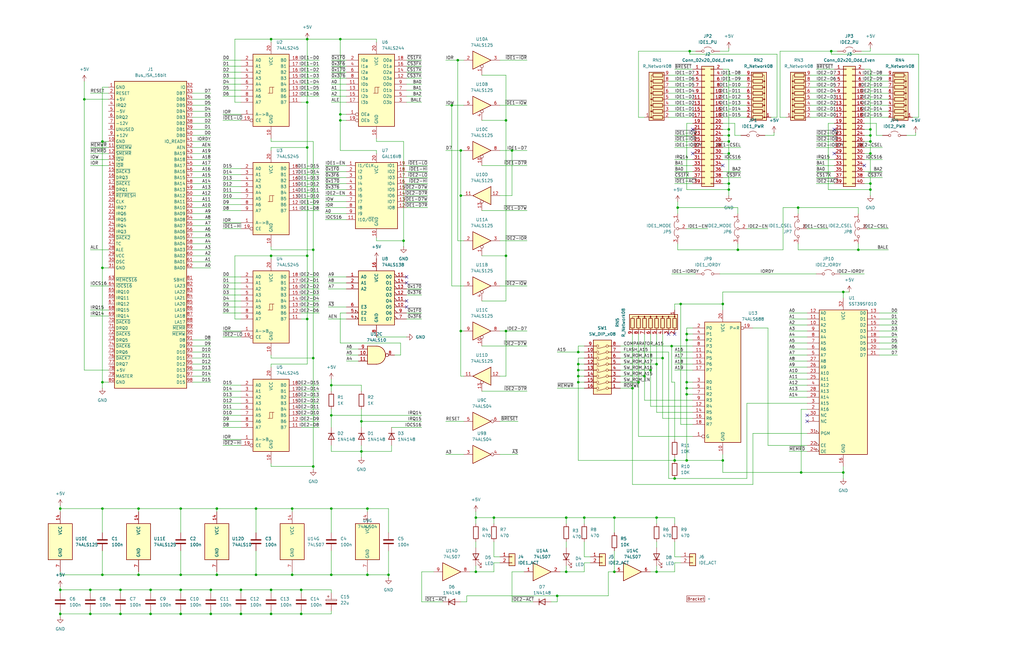
<source format=kicad_sch>
(kicad_sch (version 20250114) (generator "eeschema") (generator_version "9.0")
  (paper "USLedger")
  (title_block (title "The Importance Of Being IDE") (date "2024-08-18") (rev "1"))
  (junction (at 367.03 59.69))
  (junction (at 350.52 21.59))
  (junction (at 154.94 242.57))
  (junction (at 246.38 218.44))
  (junction (at 213.36 50.8))
  (junction (at 76.2 259.08))
  (junction (at 200.66 218.44))
  (junction (at 114.3 16.51))
  (junction (at 123.19 214.63))
  (junction (at 88.9 259.08))
  (junction (at 213.36 139.7))
  (junction (at 276.86 153.67))
  (junction (at 127 259.08))
  (junction (at 213.36 107.95))
  (junction (at 269.24 161.29))
  (junction (at 43.18 161.29))
  (junction (at 289.56 166.37))
  (junction (at 58.42 214.63))
  (junction (at 355.6 199.39))
  (junction (at 274.32 156.21))
  (junction (at 132.08 151.13))
  (junction (at 101.6 248.92))
  (junction (at 107.95 242.57))
  (junction (at 139.7 162.56))
  (junction (at 336.55 87.63))
  (junction (at 143.51 48.26))
  (junction (at 290.83 21.59))
  (junction (at 129.54 134.62))
  (junction (at 238.76 241.3))
  (junction (at 259.08 241.3))
  (junction (at 127 248.92))
  (junction (at 43.18 113.03))
  (junction (at 271.78 158.75))
  (junction (at 287.02 128.27))
  (junction (at 283.21 146.05))
  (junction (at 279.4 151.13))
  (junction (at 367.03 57.15))
  (junction (at 307.34 77.47))
  (junction (at 284.48 194.31))
  (junction (at 143.51 16.51))
  (junction (at 25.4 259.08))
  (junction (at 170.18 101.6))
  (junction (at 152.4 190.5))
  (junction (at 132.08 196.85))
  (junction (at 25.4 214.63))
  (junction (at 259.08 218.44))
  (junction (at 238.76 218.44))
  (junction (at 129.54 16.51))
  (junction (at 243.84 158.75))
  (junction (at 276.86 218.44))
  (junction (at 50.8 259.08))
  (junction (at 139.7 175.26))
  (junction (at 58.42 242.57))
  (junction (at 284.48 201.93))
  (junction (at 154.94 214.63))
  (junction (at 139.7 214.63))
  (junction (at 307.34 54.61))
  (junction (at 243.84 148.59))
  (junction (at 43.18 59.69))
  (junction (at 101.6 259.08))
  (junction (at 76.2 242.57))
  (junction (at 285.75 87.63))
  (junction (at 76.2 248.92))
  (junction (at 367.03 64.77))
  (junction (at 76.2 214.63))
  (junction (at 152.4 177.8))
  (junction (at 307.34 59.69))
  (junction (at 243.84 153.67))
  (junction (at 307.34 64.77))
  (junction (at 193.04 25.4))
  (junction (at 43.18 214.63))
  (junction (at 307.34 80.01))
  (junction (at 132.08 105.41))
  (junction (at 43.18 242.57))
  (junction (at 200.66 241.3))
  (junction (at 114.3 259.08))
  (junction (at 215.9 63.5))
  (junction (at 194.31 63.5))
  (junction (at 304.8 194.31))
  (junction (at 194.31 82.55))
  (junction (at 25.4 248.92))
  (junction (at 88.9 248.92))
  (junction (at 243.84 156.21))
  (junction (at 143.51 50.8))
  (junction (at 304.8 128.27))
  (junction (at 163.83 242.57))
  (junction (at 190.5 44.45))
  (junction (at 91.44 214.63))
  (junction (at 139.7 242.57))
  (junction (at 289.56 143.51))
  (junction (at 208.28 218.44))
  (junction (at 91.44 242.57))
  (junction (at 38.1 259.08))
  (junction (at 63.5 259.08))
  (junction (at 114.3 107.95))
  (junction (at 38.1 248.92))
  (junction (at 129.54 43.18))
  (junction (at 367.03 54.61))
  (junction (at 107.95 214.63))
  (junction (at 114.3 248.92))
  (junction (at 289.56 140.97))
  (junction (at 123.19 242.57))
  (junction (at 234.95 251.46))
  (junction (at 266.7 163.83))
  (junction (at 50.8 248.92))
  (junction (at 361.95 105.41))
  (junction (at 129.54 107.95))
  (junction (at 35.56 41.91))
  (junction (at 307.34 57.15))
  (junction (at 63.5 248.92))
  (junction (at 311.15 105.41))
  (junction (at 194.31 139.7))
  (junction (at 289.56 161.29))
  (junction (at 367.03 77.47))
  (junction (at 289.56 194.31))
  (junction (at 129.54 62.23))
  (junction (at 243.84 161.29))
  (junction (at 367.03 80.01))
  (junction (at 337.82 199.39))
  (junction (at 289.56 163.83))
  (junction (at 276.86 241.3))
  (junction (at 355.6 123.19))
  (no_connect (at 351.79 64.77))
  (no_connect (at 284.48 140.97))
  (no_connect (at 171.45 116.84))
  (no_connect (at 364.49 69.85))
  (no_connect (at 304.8 69.85))
  (no_connect (at 340.36 175.26))
  (no_connect (at 171.45 119.38))
  (no_connect (at 292.1 54.61))
  (no_connect (at 171.45 129.54))
  (no_connect (at 171.45 127))
  (no_connect (at 351.79 54.61))
  (no_connect (at 281.94 140.97))
  (no_connect (at 340.36 177.8))
  (no_connect (at 292.1 64.77))
  (wire (pts (xy 364.49 44.45) (xy 374.65 44.45)))
  (wire (pts (xy 38.1 259.08) (xy 50.8 259.08)))
  (wire (pts (xy 163.83 242.57) (xy 163.83 243.84)))
  (wire (pts (xy 137.16 90.17) (xy 146.05 90.17)))
  (wire (pts (xy 344.17 72.39) (xy 351.79 72.39)))
  (wire (pts (xy 367.03 80.01) (xy 367.03 82.55)))
  (wire (pts (xy 25.4 257.81) (xy 25.4 259.08)))
  (wire (pts (xy 138.43 121.92) (xy 146.05 121.92)))
  (wire (pts (xy 132.08 105.41) (xy 132.08 151.13)))
  (wire (pts (xy 171.45 33.02) (xy 177.8 33.02)))
  (wire (pts (xy 171.45 134.62) (xy 177.8 134.62)))
  (wire (pts (xy 370.84 149.86) (xy 378.46 149.86)))
  (wire (pts (xy 307.34 80.01) (xy 307.34 82.55)))
  (wire (pts (xy 81.28 57.15) (xy 88.9 57.15)))
  (wire (pts (xy 243.84 148.59) (xy 243.84 146.05)))
  (wire (pts (xy 344.17 57.15) (xy 351.79 57.15)))
  (wire (pts (xy 146.05 38.1) (xy 139.7 38.1)))
  (wire (pts (xy 146.05 149.86) (xy 151.13 149.86)))
  (wire (pts (xy 284.48 185.42) (xy 284.48 161.29)))
  (wire (pts (xy 137.16 87.63) (xy 146.05 87.63)))
  (wire (pts (xy 340.36 137.16) (xy 332.74 137.16)))
  (wire (pts (xy 158.75 16.51) (xy 158.75 17.78)))
  (wire (pts (xy 367.03 64.77) (xy 367.03 77.47)))
  (wire (pts (xy 307.34 77.47) (xy 307.34 80.01)))
  (wire (pts (xy 50.8 248.92) (xy 50.8 250.19)))
  (wire (pts (xy 285.75 85.09) (xy 285.75 87.63)))
  (wire (pts (xy 81.28 39.37) (xy 88.9 39.37)))
  (wire (pts (xy 81.28 161.29) (xy 88.9 161.29)))
  (wire (pts (xy 213.36 107.95) (xy 213.36 50.8)))
  (wire (pts (xy 292.1 148.59) (xy 284.48 148.59)))
  (wire (pts (xy 194.31 82.55) (xy 194.31 139.7)))
  (wire (pts (xy 170.18 101.6) (xy 158.75 101.6)))
  (wire (pts (xy 213.36 50.8) (xy 213.36 31.75)))
  (wire (pts (xy 43.18 113.03) (xy 43.18 161.29)))
  (wire (pts (xy 200.66 241.3) (xy 200.66 238.76)))
  (wire (pts (xy 127 81.28) (xy 134.62 81.28)))
  (wire (pts (xy 171.45 121.92) (xy 177.8 121.92)))
  (wire (pts (xy 93.98 139.7) (xy 101.6 139.7)))
  (wire (pts (xy 43.18 161.29) (xy 45.72 161.29)))
  (wire (pts (xy 93.98 50.8) (xy 101.6 50.8)))
  (wire (pts (xy 146.05 152.4) (xy 151.13 152.4)))
  (wire (pts (xy 123.19 214.63) (xy 123.19 215.9)))
  (wire (pts (xy 284.48 62.23) (xy 292.1 62.23)))
  (wire (pts (xy 215.9 254) (xy 224.79 254)))
  (wire (pts (xy 290.83 21.59) (xy 269.24 21.59)))
  (wire (pts (xy 101.6 25.4) (xy 93.98 25.4)))
  (wire (pts (xy 341.63 36.83) (xy 351.79 36.83)))
  (wire (pts (xy 127 88.9) (xy 134.62 88.9)))
  (wire (pts (xy 367.03 29.21) (xy 367.03 54.61)))
  (wire (pts (xy 344.17 67.31) (xy 351.79 67.31)))
  (wire (pts (xy 123.19 214.63) (xy 107.95 214.63)))
  (wire (pts (xy 43.18 59.69) (xy 43.18 113.03)))
  (wire (pts (xy 364.49 74.93) (xy 372.11 74.93)))
  (wire (pts (xy 114.3 149.86) (xy 114.3 151.13)))
  (wire (pts (xy 232.41 254) (xy 234.95 254)))
  (wire (pts (xy 107.95 242.57) (xy 123.19 242.57)))
  (wire (pts (xy 340.36 172.72) (xy 337.82 172.72)))
  (wire (pts (xy 340.36 147.32) (xy 332.74 147.32)))
  (wire (pts (xy 81.28 44.45) (xy 88.9 44.45)))
  (wire (pts (xy 243.84 158.75) (xy 246.38 158.75)))
  (wire (pts (xy 101.6 259.08) (xy 114.3 259.08)))
  (wire (pts (xy 364.49 52.07) (xy 369.57 52.07)))
  (wire (pts (xy 283.21 146.05) (xy 292.1 146.05)))
  (wire (pts (xy 349.25 52.07) (xy 351.79 52.07)))
  (wire (pts (xy 289.56 138.43) (xy 289.56 140.97)))
  (wire (pts (xy 154.94 214.63) (xy 154.94 215.9)))
  (wire (pts (xy 139.7 214.63) (xy 139.7 224.79)))
  (wire (pts (xy 81.28 67.31) (xy 88.9 67.31)))
  (wire (pts (xy 101.6 257.81) (xy 101.6 259.08)))
  (wire (pts (xy 341.63 44.45) (xy 351.79 44.45)))
  (wire (pts (xy 152.4 162.56) (xy 152.4 165.1)))
  (wire (pts (xy 269.24 161.29) (xy 261.62 161.29)))
  (wire (pts (xy 365.76 96.52) (xy 374.65 96.52)))
  (wire (pts (xy 281.94 41.91) (xy 292.1 41.91)))
  (wire (pts (xy 304.8 77.47) (xy 307.34 77.47)))
  (wire (pts (xy 81.28 77.47) (xy 88.9 77.47)))
  (wire (pts (xy 203.2 165.1) (xy 222.25 165.1)))
  (wire (pts (xy 101.6 76.2) (xy 93.98 76.2)))
  (wire (pts (xy 259.08 224.79) (xy 259.08 218.44)))
  (wire (pts (xy 101.6 124.46) (xy 93.98 124.46)))
  (wire (pts (xy 146.05 50.8) (xy 143.51 50.8)))
  (wire (pts (xy 281.94 44.45) (xy 292.1 44.45)))
  (wire (pts (xy 43.18 242.57) (xy 58.42 242.57)))
  (wire (pts (xy 203.2 107.95) (xy 213.36 107.95)))
  (wire (pts (xy 99.06 43.18) (xy 101.6 43.18)))
  (wire (pts (xy 284.48 193.04) (xy 284.48 194.31)))
  (wire (pts (xy 281.94 148.59) (xy 261.62 148.59)))
  (wire (pts (xy 138.43 119.38) (xy 146.05 119.38)))
  (wire (pts (xy 328.93 49.53) (xy 331.47 49.53)))
  (wire (pts (xy 63.5 257.81) (xy 63.5 259.08)))
  (wire (pts (xy 355.6 123.19) (xy 358.14 123.19)))
  (wire (pts (xy 143.51 144.78) (xy 168.91 144.78)))
  (wire (pts (xy 127 38.1) (xy 134.62 38.1)))
  (wire (pts (xy 143.51 16.51) (xy 158.75 16.51)))
  (wire (pts (xy 93.98 96.52) (xy 101.6 96.52)))
  (wire (pts (xy 163.83 224.79) (xy 163.83 214.63)))
  (wire (pts (xy 292.1 171.45) (xy 274.32 171.45)))
  (wire (pts (xy 114.3 63.5) (xy 114.3 62.23)))
  (wire (pts (xy 337.82 172.72) (xy 337.82 199.39)))
  (wire (pts (xy 213.36 31.75) (xy 203.2 31.75)))
  (wire (pts (xy 364.49 67.31) (xy 372.11 67.31)))
  (wire (pts (xy 292.1 179.07) (xy 287.02 179.07)))
  (wire (pts (xy 101.6 162.56) (xy 93.98 162.56)))
  (wire (pts (xy 35.56 156.21) (xy 35.56 41.91)))
  (wire (pts (xy 127 119.38) (xy 134.62 119.38)))
  (wire (pts (xy 213.36 139.7) (xy 213.36 158.75)))
  (wire (pts (xy 317.5 138.43) (xy 323.85 138.43)))
  (wire (pts (xy 210.82 234.95) (xy 208.28 234.95)))
  (wire (pts (xy 76.2 232.41) (xy 76.2 242.57)))
  (wire (pts (xy 336.55 102.87) (xy 336.55 105.41)))
  (wire (pts (xy 127 170.18) (xy 134.62 170.18)))
  (wire (pts (xy 127 248.92) (xy 127 250.19)))
  (wire (pts (xy 132.08 196.85) (xy 132.08 198.12)))
  (wire (pts (xy 284.48 218.44) (xy 284.48 220.98)))
  (wire (pts (xy 285.75 87.63) (xy 285.75 90.17)))
  (wire (pts (xy 340.36 152.4) (xy 332.74 152.4)))
  (wire (pts (xy 127 40.64) (xy 134.62 40.64)))
  (wire (pts (xy 271.78 168.91) (xy 271.78 158.75)))
  (wire (pts (xy 261.62 146.05) (xy 283.21 146.05)))
  (wire (pts (xy 171.45 74.93) (xy 180.34 74.93)))
  (wire (pts (xy 210.82 120.65) (xy 222.25 120.65)))
  (wire (pts (xy 101.6 81.28) (xy 93.98 81.28)))
  (wire (pts (xy 38.1 120.65) (xy 45.72 120.65)))
  (wire (pts (xy 170.18 101.6) (xy 170.18 104.14)))
  (wire (pts (xy 304.8 123.19) (xy 304.8 128.27)))
  (wire (pts (xy 367.03 20.32) (xy 367.03 21.59)))
  (wire (pts (xy 171.45 43.18) (xy 177.8 43.18)))
  (wire (pts (xy 370.84 132.08) (xy 378.46 132.08)))
  (wire (pts (xy 114.3 151.13) (xy 132.08 151.13)))
  (wire (pts (xy 114.3 248.92) (xy 114.3 250.19)))
  (wire (pts (xy 101.6 127) (xy 93.98 127)))
  (wire (pts (xy 81.28 107.95) (xy 88.9 107.95)))
  (wire (pts (xy 163.83 214.63) (xy 154.94 214.63)))
  (wire (pts (xy 93.98 187.96) (xy 101.6 187.96)))
  (wire (pts (xy 340.36 165.1) (xy 332.74 165.1)))
  (wire (pts (xy 137.16 74.93) (xy 146.05 74.93)))
  (wire (pts (xy 276.86 241.3) (xy 284.48 241.3)))
  (wire (pts (xy 284.48 67.31) (xy 292.1 67.31)))
  (wire (pts (xy 234.95 148.59) (xy 243.84 148.59)))
  (wire (pts (xy 170.18 59.69) (xy 170.18 101.6)))
  (wire (pts (xy 364.49 34.29) (xy 374.65 34.29)))
  (wire (pts (xy 139.7 160.02) (xy 139.7 162.56)))
  (wire (pts (xy 25.4 242.57) (xy 43.18 242.57)))
  (wire (pts (xy 127 165.1) (xy 134.62 165.1)))
  (wire (pts (xy 143.51 132.08) (xy 143.51 144.78)))
  (wire (pts (xy 81.28 105.41) (xy 88.9 105.41)))
  (wire (pts (xy 154.94 242.57) (xy 163.83 242.57)))
  (wire (pts (xy 139.7 259.08) (xy 127 259.08)))
  (wire (pts (xy 127 175.26) (xy 134.62 175.26)))
  (wire (pts (xy 203.2 50.8) (xy 213.36 50.8)))
  (wire (pts (xy 367.03 77.47) (xy 367.03 80.01)))
  (wire (pts (xy 38.1 105.41) (xy 45.72 105.41)))
  (wire (pts (xy 43.18 214.63) (xy 25.4 214.63)))
  (wire (pts (xy 287.02 179.07) (xy 287.02 128.27)))
  (wire (pts (xy 344.17 77.47) (xy 351.79 77.47)))
  (wire (pts (xy 386.08 55.88) (xy 386.08 57.15)))
  (wire (pts (xy 139.7 172.72) (xy 139.7 175.26)))
  (wire (pts (xy 194.31 254) (xy 196.85 254)))
  (wire (pts (xy 292.1 173.99) (xy 276.86 173.99)))
  (wire (pts (xy 337.82 199.39) (xy 304.8 199.39)))
  (wire (pts (xy 218.44 191.77) (xy 210.82 191.77)))
  (wire (pts (xy 25.4 247.65) (xy 25.4 248.92)))
  (wire (pts (xy 284.48 237.49) (xy 287.02 237.49)))
  (wire (pts (xy 152.4 172.72) (xy 152.4 177.8)))
  (wire (pts (xy 158.75 59.69) (xy 170.18 59.69)))
  (wire (pts (xy 292.1 156.21) (xy 284.48 156.21)))
  (wire (pts (xy 187.96 25.4) (xy 193.04 25.4)))
  (wire (pts (xy 114.3 154.94) (xy 114.3 153.67)))
  (wire (pts (xy 158.75 101.6) (xy 158.75 100.33)))
  (wire (pts (xy 127 259.08) (xy 127 257.81)))
  (wire (pts (xy 336.55 105.41) (xy 361.95 105.41)))
  (wire (pts (xy 38.1 133.35) (xy 45.72 133.35)))
  (wire (pts (xy 158.75 64.77) (xy 158.75 63.5)))
  (wire (pts (xy 38.1 69.85) (xy 45.72 69.85)))
  (wire (pts (xy 332.74 190.5) (xy 340.36 190.5)))
  (wire (pts (xy 171.45 40.64) (xy 177.8 40.64)))
  (wire (pts (xy 210.82 101.6) (xy 222.25 101.6)))
  (wire (pts (xy 361.95 102.87) (xy 361.95 105.41)))
  (wire (pts (xy 369.57 52.07) (xy 369.57 57.15)))
  (wire (pts (xy 367.03 57.15) (xy 367.03 59.69)))
  (wire (pts (xy 114.3 153.67) (xy 129.54 153.67)))
  (wire (pts (xy 274.32 156.21) (xy 261.62 156.21)))
  (wire (pts (xy 284.48 234.95) (xy 284.48 228.6)))
  (wire (pts (xy 163.83 232.41) (xy 163.83 242.57)))
  (wire (pts (xy 101.6 33.02) (xy 93.98 33.02)))
  (wire (pts (xy 341.63 34.29) (xy 351.79 34.29)))
  (wire (pts (xy 234.95 163.83) (xy 246.38 163.83)))
  (wire (pts (xy 81.28 95.25) (xy 88.9 95.25)))
  (wire (pts (xy 274.32 140.97) (xy 274.32 156.21)))
  (wire (pts (xy 210.82 177.8) (xy 218.44 177.8)))
  (wire (pts (xy 76.2 214.63) (xy 58.42 214.63)))
  (wire (pts (xy 91.44 241.3) (xy 91.44 242.57)))
  (wire (pts (xy 289.56 161.29) (xy 292.1 161.29)))
  (wire (pts (xy 364.49 72.39) (xy 372.11 72.39)))
  (wire (pts (xy 43.18 214.63) (xy 43.18 224.79)))
  (wire (pts (xy 281.94 34.29) (xy 292.1 34.29)))
  (wire (pts (xy 99.06 107.95) (xy 99.06 134.62)))
  (wire (pts (xy 114.3 107.95) (xy 129.54 107.95)))
  (wire (pts (xy 317.5 182.88) (xy 340.36 182.88)))
  (wire (pts (xy 238.76 241.3) (xy 246.38 241.3)))
  (wire (pts (xy 238.76 218.44) (xy 208.28 218.44)))
  (wire (pts (xy 25.4 259.08) (xy 25.4 260.35)))
  (wire (pts (xy 127 127) (xy 134.62 127)))
  (wire (pts (xy 307.34 59.69) (xy 307.34 64.77)))
  (wire (pts (xy 81.28 143.51) (xy 88.9 143.51)))
  (wire (pts (xy 236.22 241.3) (xy 238.76 241.3)))
  (wire (pts (xy 341.63 41.91) (xy 351.79 41.91)))
  (wire (pts (xy 127 76.2) (xy 134.62 76.2)))
  (wire (pts (xy 194.31 63.5) (xy 187.96 63.5)))
  (wire (pts (xy 132.08 59.69) (xy 132.08 105.41)))
  (wire (pts (xy 243.84 194.31) (xy 243.84 161.29)))
  (wire (pts (xy 290.83 21.59) (xy 290.83 22.86)))
  (wire (pts (xy 210.82 25.4) (xy 222.25 25.4)))
  (wire (pts (xy 138.43 134.62) (xy 146.05 134.62)))
  (wire (pts (xy 127 248.92) (xy 139.7 248.92)))
  (wire (pts (xy 177.8 254) (xy 186.69 254)))
  (wire (pts (xy 289.56 143.51) (xy 289.56 161.29)))
  (wire (pts (xy 38.1 248.92) (xy 50.8 248.92)))
  (wire (pts (xy 213.36 127) (xy 213.36 107.95)))
  (wire (pts (xy 289.56 163.83) (xy 289.56 161.29)))
  (wire (pts (xy 137.16 85.09) (xy 146.05 85.09)))
  (wire (pts (xy 76.2 248.92) (xy 88.9 248.92)))
  (wire (pts (xy 88.9 259.08) (xy 101.6 259.08)))
  (wire (pts (xy 168.91 149.86) (xy 166.37 149.86)))
  (wire (pts (xy 364.49 64.77) (xy 367.03 64.77)))
  (wire (pts (xy 340.36 149.86) (xy 332.74 149.86)))
  (wire (pts (xy 364.49 29.21) (xy 367.03 29.21)))
  (wire (pts (xy 127 71.12) (xy 134.62 71.12)))
  (wire (pts (xy 246.38 234.95) (xy 246.38 228.6)))
  (wire (pts (xy 81.28 52.07) (xy 88.9 52.07)))
  (wire (pts (xy 317.5 204.47) (xy 317.5 182.88)))
  (wire (pts (xy 256.54 251.46) (xy 256.54 241.3)))
  (wire (pts (xy 361.95 87.63) (xy 361.95 90.17)))
  (wire (pts (xy 287.02 234.95) (xy 284.48 234.95)))
  (wire (pts (xy 194.31 82.55) (xy 195.58 82.55)))
  (wire (pts (xy 81.28 46.99) (xy 88.9 46.99)))
  (wire (pts (xy 25.4 248.92) (xy 38.1 248.92)))
  (wire (pts (xy 292.1 153.67) (xy 284.48 153.67)))
  (wire (pts (xy 81.28 80.01) (xy 88.9 80.01)))
  (wire (pts (xy 50.8 259.08) (xy 63.5 259.08)))
  (wire (pts (xy 81.28 113.03) (xy 88.9 113.03)))
  (wire (pts (xy 292.1 184.15) (xy 269.24 184.15)))
  (wire (pts (xy 287.02 128.27) (xy 284.48 128.27)))
  (wire (pts (xy 364.49 46.99) (xy 374.65 46.99)))
  (wire (pts (xy 279.4 151.13) (xy 261.62 151.13)))
  (wire (pts (xy 190.5 44.45) (xy 190.5 120.65)))
  (wire (pts (xy 327.66 22.86) (xy 327.66 49.53)))
  (wire (pts (xy 114.3 16.51) (xy 99.06 16.51)))
  (wire (pts (xy 287.02 128.27) (xy 304.8 128.27)))
  (wire (pts (xy 58.42 242.57) (xy 76.2 242.57)))
  (wire (pts (xy 269.24 140.97) (xy 269.24 161.29)))
  (wire (pts (xy 25.4 248.92) (xy 25.4 250.19)))
  (wire (pts (xy 123.19 242.57) (xy 139.7 242.57)))
  (wire (pts (xy 353.06 21.59) (xy 350.52 21.59)))
  (wire (pts (xy 129.54 62.23) (xy 129.54 43.18)))
  (wire (pts (xy 336.55 87.63) (xy 361.95 87.63)))
  (wire (pts (xy 285.75 102.87) (xy 285.75 105.41)))
  (wire (pts (xy 234.95 251.46) (xy 256.54 251.46)))
  (wire (pts (xy 350.52 22.86) (xy 387.35 22.86)))
  (wire (pts (xy 210.82 82.55) (xy 215.9 82.55)))
  (wire (pts (xy 127 73.66) (xy 134.62 73.66)))
  (wire (pts (xy 139.7 175.26) (xy 177.8 175.26)))
  (wire (pts (xy 208.28 218.44) (xy 200.66 218.44)))
  (wire (pts (xy 215.9 63.5) (xy 222.25 63.5)))
  (wire (pts (xy 269.24 21.59) (xy 269.24 49.53)))
  (wire (pts (xy 304.8 128.27) (xy 304.8 130.81)))
  (wire (pts (xy 25.4 259.08) (xy 38.1 259.08)))
  (wire (pts (xy 243.84 158.75) (xy 243.84 156.21)))
  (wire (pts (xy 289.56 194.31) (xy 289.56 166.37)))
  (wire (pts (xy 238.76 218.44) (xy 238.76 220.98)))
  (wire (pts (xy 143.51 63.5) (xy 143.51 50.8)))
  (wire (pts (xy 364.49 59.69) (xy 367.03 59.69)))
  (wire (pts (xy 81.28 153.67) (xy 88.9 153.67)))
  (wire (pts (xy 81.28 41.91) (xy 88.9 41.91)))
  (wire (pts (xy 193.04 25.4) (xy 195.58 25.4)))
  (wire (pts (xy 340.36 139.7) (xy 332.74 139.7)))
  (wire (pts (xy 58.42 241.3) (xy 58.42 242.57)))
  (wire (pts (xy 340.36 132.08) (xy 332.74 132.08)))
  (wire (pts (xy 146.05 48.26) (xy 143.51 48.26)))
  (wire (pts (xy 289.56 80.01) (xy 289.56 52.07)))
  (wire (pts (xy 139.7 175.26) (xy 139.7 180.34)))
  (wire (pts (xy 152.4 190.5) (xy 139.7 190.5)))
  (wire (pts (xy 364.49 31.75) (xy 374.65 31.75)))
  (wire (pts (xy 129.54 16.51) (xy 143.51 16.51)))
  (wire (pts (xy 101.6 180.34) (xy 93.98 180.34)))
  (wire (pts (xy 367.03 80.01) (xy 349.25 80.01)))
  (wire (pts (xy 81.28 100.33) (xy 88.9 100.33)))
  (wire (pts (xy 114.3 17.78) (xy 114.3 16.51)))
  (wire (pts (xy 91.44 242.57) (xy 107.95 242.57)))
  (wire (pts (xy 114.3 58.42) (xy 114.3 59.69)))
  (wire (pts (xy 81.28 156.21) (xy 88.9 156.21)))
  (wire (pts (xy 146.05 40.64) (xy 139.7 40.64)))
  (wire (pts (xy 81.28 72.39) (xy 88.9 72.39)))
  (wire (pts (xy 370.84 147.32) (xy 378.46 147.32)))
  (wire (pts (xy 127 132.08) (xy 134.62 132.08)))
  (wire (pts (xy 114.3 259.08) (xy 127 259.08)))
  (wire (pts (xy 43.18 59.69) (xy 45.72 59.69)))
  (wire (pts (xy 340.36 157.48) (xy 332.74 157.48)))
  (wire (pts (xy 289.56 166.37) (xy 289.56 163.83)))
  (wire (pts (xy 210.82 139.7) (xy 213.36 139.7)))
  (wire (pts (xy 309.88 52.07) (xy 309.88 57.15)))
  (wire (pts (xy 290.83 22.86) (xy 327.66 22.86)))
  (wire (pts (xy 76.2 259.08) (xy 88.9 259.08)))
  (wire (pts (xy 194.31 139.7) (xy 195.58 139.7)))
  (wire (pts (xy 38.1 130.81) (xy 45.72 130.81)))
  (wire (pts (xy 171.45 69.85) (xy 180.34 69.85)))
  (wire (pts (xy 276.86 218.44) (xy 284.48 218.44)))
  (wire (pts (xy 146.05 132.08) (xy 143.51 132.08)))
  (wire (pts (xy 259.08 232.41) (xy 259.08 241.3)))
  (wire (pts (xy 364.49 41.91) (xy 374.65 41.91)))
  (wire (pts (xy 370.84 137.16) (xy 378.46 137.16)))
  (wire (pts (xy 76.2 214.63) (xy 76.2 224.79)))
  (wire (pts (xy 304.8 39.37) (xy 314.96 39.37)))
  (wire (pts (xy 276.86 173.99) (xy 276.86 153.67)))
  (wire (pts (xy 367.03 54.61) (xy 367.03 57.15)))
  (wire (pts (xy 289.56 140.97) (xy 292.1 140.97)))
  (wire (pts (xy 281.94 31.75) (xy 292.1 31.75)))
  (wire (pts (xy 25.4 213.36) (xy 25.4 214.63)))
  (wire (pts (xy 171.45 35.56) (xy 177.8 35.56)))
  (wire (pts (xy 101.6 35.56) (xy 93.98 35.56)))
  (wire (pts (xy 81.28 151.13) (xy 88.9 151.13)))
  (wire (pts (xy 246.38 237.49) (xy 248.92 237.49)))
  (wire (pts (xy 99.06 16.51) (xy 99.06 43.18)))
  (wire (pts (xy 81.28 62.23) (xy 88.9 62.23)))
  (wire (pts (xy 171.45 82.55) (xy 180.34 82.55)))
  (wire (pts (xy 243.84 161.29) (xy 243.84 158.75)))
  (wire (pts (xy 101.6 86.36) (xy 93.98 86.36)))
  (wire (pts (xy 281.94 36.83) (xy 292.1 36.83)))
  (wire (pts (xy 101.6 116.84) (xy 93.98 116.84)))
  (wire (pts (xy 127 162.56) (xy 134.62 162.56)))
  (wire (pts (xy 165.1 190.5) (xy 165.1 187.96)))
  (wire (pts (xy 323.85 187.96) (xy 340.36 187.96)))
  (wire (pts (xy 139.7 43.18) (xy 146.05 43.18)))
  (wire (pts (xy 76.2 242.57) (xy 91.44 242.57)))
  (wire (pts (xy 289.56 143.51) (xy 292.1 143.51)))
  (wire (pts (xy 127 172.72) (xy 134.62 172.72)))
  (wire (pts (xy 129.54 43.18) (xy 127 43.18)))
  (wire (pts (xy 340.36 96.52) (xy 349.25 96.52)))
  (wire (pts (xy 364.49 36.83) (xy 374.65 36.83)))
  (wire (pts (xy 215.9 241.3) (xy 215.9 254)))
  (wire (pts (xy 101.6 71.12) (xy 93.98 71.12)))
  (wire (pts (xy 279.4 140.97) (xy 279.4 151.13)))
  (wire (pts (xy 101.6 38.1) (xy 93.98 38.1)))
  (wire (pts (xy 81.28 87.63) (xy 88.9 87.63)))
  (wire (pts (xy 187.96 191.77) (xy 195.58 191.77)))
  (wire (pts (xy 350.52 21.59) (xy 350.52 22.86)))
  (wire (pts (xy 114.3 196.85) (xy 114.3 195.58)))
  (wire (pts (xy 292.1 168.91) (xy 271.78 168.91)))
  (wire (pts (xy 139.7 214.63) (xy 123.19 214.63)))
  (wire (pts (xy 279.4 176.53) (xy 279.4 151.13)))
  (wire (pts (xy 341.63 46.99) (xy 351.79 46.99)))
  (wire (pts (xy 292.1 151.13) (xy 284.48 151.13)))
  (wire (pts (xy 327.66 49.53) (xy 325.12 49.53)))
  (wire (pts (xy 304.8 191.77) (xy 304.8 194.31)))
  (wire (pts (xy 220.98 241.3) (xy 215.9 241.3)))
  (wire (pts (xy 187.96 44.45) (xy 190.5 44.45)))
  (wire (pts (xy 81.28 69.85) (xy 88.9 69.85)))
  (wire (pts (xy 127 177.8) (xy 134.62 177.8)))
  (wire (pts (xy 243.84 153.67) (xy 246.38 153.67)))
  (wire (pts (xy 210.82 44.45) (xy 222.25 44.45)))
  (wire (pts (xy 303.53 115.57) (xy 344.17 115.57)))
  (wire (pts (xy 38.1 39.37) (xy 45.72 39.37)))
  (wire (pts (xy 246.38 218.44) (xy 246.38 220.98)))
  (wire (pts (xy 139.7 162.56) (xy 139.7 165.1)))
  (wire (pts (xy 38.1 248.92) (xy 38.1 250.19)))
  (wire (pts (xy 203.2 69.85) (xy 222.25 69.85)))
  (wire (pts (xy 76.2 257.81) (xy 76.2 259.08)))
  (wire (pts (xy 146.05 33.02) (xy 139.7 33.02)))
  (wire (pts (xy 45.72 36.83) (xy 43.18 36.83)))
  (wire (pts (xy 114.3 16.51) (xy 129.54 16.51)))
  (wire (pts (xy 243.84 156.21) (xy 243.84 153.67)))
  (wire (pts (xy 50.8 248.92) (xy 63.5 248.92)))
  (wire (pts (xy 284.48 161.29) (xy 283.21 161.29)))
  (wire (pts (xy 171.45 25.4) (xy 177.8 25.4)))
  (wire (pts (xy 289.56 140.97) (xy 289.56 143.51)))
  (wire (pts (xy 259.08 218.44) (xy 246.38 218.44)))
  (wire (pts (xy 304.8 72.39) (xy 312.42 72.39)))
  (wire (pts (xy 43.18 113.03) (xy 45.72 113.03)))
  (wire (pts (xy 38.1 257.81) (xy 38.1 259.08)))
  (wire (pts (xy 340.36 142.24) (xy 332.74 142.24)))
  (wire (pts (xy 340.36 154.94) (xy 332.74 154.94)))
  (wire (pts (xy 127 116.84) (xy 134.62 116.84)))
  (wire (pts (xy 196.85 251.46) (xy 234.95 251.46)))
  (wire (pts (xy 146.05 147.32) (xy 151.13 147.32)))
  (wire (pts (xy 304.8 54.61) (xy 307.34 54.61)))
  (wire (pts (xy 99.06 134.62) (xy 101.6 134.62)))
  (wire (pts (xy 364.49 77.47) (xy 367.03 77.47)))
  (wire (pts (xy 93.98 93.98) (xy 101.6 93.98)))
  (wire (pts (xy 281.94 201.93) (xy 281.94 148.59)))
  (wire (pts (xy 304.8 67.31) (xy 312.42 67.31)))
  (wire (pts (xy 171.45 80.01) (xy 180.34 80.01)))
  (wire (pts (xy 45.72 156.21) (xy 35.56 156.21)))
  (wire (pts (xy 281.94 49.53) (xy 292.1 49.53)))
  (wire (pts (xy 330.2 105.41) (xy 330.2 87.63)))
  (wire (pts (xy 88.9 257.81) (xy 88.9 259.08)))
  (wire (pts (xy 370.84 144.78) (xy 378.46 144.78)))
  (wire (pts (xy 283.21 115.57) (xy 293.37 115.57)))
  (wire (pts (xy 81.28 146.05) (xy 88.9 146.05)))
  (wire (pts (xy 304.8 64.77) (xy 307.34 64.77)))
  (wire (pts (xy 344.17 29.21) (xy 351.79 29.21)))
  (wire (pts (xy 304.8 59.69) (xy 307.34 59.69)))
  (wire (pts (xy 284.48 59.69) (xy 292.1 59.69)))
  (wire (pts (xy 304.8 57.15) (xy 307.34 57.15)))
  (wire (pts (xy 364.49 39.37) (xy 374.65 39.37)))
  (wire (pts (xy 101.6 30.48) (xy 93.98 30.48)))
  (wire (pts (xy 81.28 92.71) (xy 88.9 92.71)))
  (wire (pts (xy 304.8 62.23) (xy 312.42 62.23)))
  (wire (pts (xy 266.7 204.47) (xy 317.5 204.47)))
  (wire (pts (xy 364.49 54.61) (xy 367.03 54.61)))
  (wire (pts (xy 139.7 162.56) (xy 152.4 162.56)))
  (wire (pts (xy 43.18 232.41) (xy 43.18 242.57)))
  (wire (pts (xy 355.6 123.19) (xy 304.8 123.19)))
  (wire (pts (xy 76.2 248.92) (xy 76.2 250.19)))
  (wire (pts (xy 284.48 69.85) (xy 292.1 69.85)))
  (wire (pts (xy 194.31 139.7) (xy 194.31 158.75)))
  (wire (pts (xy 276.86 228.6) (xy 276.86 231.14)))
  (wire (pts (xy 210.82 158.75) (xy 213.36 158.75)))
  (wire (pts (xy 129.54 107.95) (xy 129.54 134.62)))
  (wire (pts (xy 137.16 69.85) (xy 146.05 69.85)))
  (wire (pts (xy 137.16 72.39) (xy 146.05 72.39)))
  (wire (pts (xy 43.18 161.29) (xy 43.18 163.83)))
  (wire (pts (xy 261.62 163.83) (xy 266.7 163.83)))
  (wire (pts (xy 208.28 234.95) (xy 208.28 228.6)))
  (wire (pts (xy 129.54 62.23) (xy 129.54 107.95)))
  (wire (pts (xy 307.34 64.77) (xy 307.34 77.47)))
  (wire (pts (xy 171.45 132.08) (xy 177.8 132.08)))
  (wire (pts (xy 101.6 88.9) (xy 93.98 88.9)))
  (wire (pts (xy 194.31 158.75) (xy 195.58 158.75)))
  (wire (pts (xy 195.58 63.5) (xy 194.31 63.5)))
  (wire (pts (xy 208.28 241.3) (xy 208.28 237.49)))
  (wire (pts (xy 304.8 49.53) (xy 314.96 49.53)))
  (wire (pts (xy 274.32 171.45) (xy 274.32 156.21)))
  (wire (pts (xy 203.2 127) (xy 213.36 127)))
  (wire (pts (xy 354.33 115.57) (xy 364.49 115.57)))
  (wire (pts (xy 139.7 190.5) (xy 139.7 187.96)))
  (wire (pts (xy 293.37 21.59) (xy 290.83 21.59)))
  (wire (pts (xy 143.51 50.8) (xy 143.51 48.26)))
  (wire (pts (xy 350.52 21.59) (xy 328.93 21.59)))
  (wire (pts (xy 289.56 96.52) (xy 298.45 96.52)))
  (wire (pts (xy 364.49 62.23) (xy 372.11 62.23)))
  (wire (pts (xy 271.78 158.75) (xy 261.62 158.75)))
  (wire (pts (xy 107.95 214.63) (xy 107.95 224.79)))
  (wire (pts (xy 340.36 167.64) (xy 332.74 167.64)))
  (wire (pts (xy 63.5 248.92) (xy 76.2 248.92)))
  (wire (pts (xy 281.94 46.99) (xy 292.1 46.99)))
  (wire (pts (xy 38.1 64.77) (xy 45.72 64.77)))
  (wire (pts (xy 101.6 121.92) (xy 93.98 121.92)))
  (wire (pts (xy 171.45 72.39) (xy 180.34 72.39)))
  (wire (pts (xy 114.3 107.95) (xy 99.06 107.95)))
  (wire (pts (xy 276.86 153.67) (xy 261.62 153.67)))
  (wire (pts (xy 266.7 140.97) (xy 266.7 163.83)))
  (wire (pts (xy 101.6 119.38) (xy 93.98 119.38)))
  (wire (pts (xy 127 83.82) (xy 134.62 83.82)))
  (wire (pts (xy 304.8 46.99) (xy 314.96 46.99)))
  (wire (pts (xy 344.17 62.23) (xy 351.79 62.23)))
  (wire (pts (xy 283.21 161.29) (xy 283.21 146.05)))
  (wire (pts (xy 152.4 190.5) (xy 152.4 193.04)))
  (wire (pts (xy 194.31 63.5) (xy 194.31 82.55)))
  (wire (pts (xy 336.55 87.63) (xy 336.55 90.17)))
  (wire (pts (xy 101.6 170.18) (xy 93.98 170.18)))
  (wire (pts (xy 337.82 199.39) (xy 355.6 199.39)))
  (wire (pts (xy 43.18 36.83) (xy 43.18 59.69)))
  (wire (pts (xy 107.95 232.41) (xy 107.95 242.57)))
  (wire (pts (xy 284.48 29.21) (xy 292.1 29.21)))
  (wire (pts (xy 314.96 96.52) (xy 323.85 96.52)))
  (wire (pts (xy 323.85 138.43) (xy 323.85 187.96)))
  (wire (pts (xy 208.28 237.49) (xy 210.82 237.49)))
  (wire (pts (xy 101.6 248.92) (xy 114.3 248.92)))
  (wire (pts (xy 152.4 187.96) (xy 152.4 190.5)))
  (wire (pts (xy 292.1 138.43) (xy 289.56 138.43)))
  (wire (pts (xy 101.6 177.8) (xy 93.98 177.8)))
  (wire (pts (xy 139.7 232.41) (xy 139.7 242.57)))
  (wire (pts (xy 146.05 25.4) (xy 139.7 25.4)))
  (wire (pts (xy 114.3 62.23) (xy 129.54 62.23)))
  (wire (pts (xy 81.28 49.53) (xy 88.9 49.53)))
  (wire (pts (xy 387.35 49.53) (xy 384.81 49.53)))
  (wire (pts (xy 50.8 257.81) (xy 50.8 259.08)))
  (wire (pts (xy 208.28 218.44) (xy 208.28 220.98)))
  (wire (pts (xy 369.57 57.15) (xy 372.11 57.15)))
  (wire (pts (xy 63.5 259.08) (xy 76.2 259.08)))
  (wire (pts (xy 171.45 38.1) (xy 177.8 38.1)))
  (wire (pts (xy 114.3 105.41) (xy 114.3 104.14)))
  (wire (pts (xy 203.2 88.9) (xy 222.25 88.9)))
  (wire (pts (xy 307.34 29.21) (xy 307.34 54.61)))
  (wire (pts (xy 101.6 248.92) (xy 101.6 250.19)))
  (wire (pts (xy 139.7 257.81) (xy 139.7 259.08)))
  (wire (pts (xy 367.03 59.69) (xy 367.03 64.77)))
  (wire (pts (xy 304.8 31.75) (xy 314.96 31.75)))
  (wire (pts (xy 190.5 120.65) (xy 195.58 120.65)))
  (wire (pts (xy 195.58 101.6) (xy 193.04 101.6)))
  (wire (pts (xy 303.53 21.59) (xy 307.34 21.59)))
  (wire (pts (xy 284.48 241.3) (xy 284.48 237.49)))
  (wire (pts (xy 137.16 92.71) (xy 146.05 92.71)))
  (wire (pts (xy 307.34 54.61) (xy 307.34 57.15)))
  (wire (pts (xy 152.4 177.8) (xy 177.8 177.8)))
  (wire (pts (xy 215.9 82.55) (xy 215.9 63.5)))
  (wire (pts (xy 311.15 87.63) (xy 285.75 87.63)))
  (wire (pts (xy 200.66 215.9) (xy 200.66 218.44)))
  (wire (pts (xy 355.6 199.39) (xy 355.6 196.85)))
  (wire (pts (xy 284.48 128.27) (xy 284.48 130.81)))
  (wire (pts (xy 138.43 116.84) (xy 146.05 116.84)))
  (wire (pts (xy 101.6 172.72) (xy 93.98 172.72)))
  (wire (pts (xy 171.45 30.48) (xy 177.8 30.48)))
  (wire (pts (xy 355.6 125.73) (xy 355.6 123.19)))
  (wire (pts (xy 344.17 59.69) (xy 351.79 59.69)))
  (wire (pts (xy 259.08 218.44) (xy 276.86 218.44)))
  (wire (pts (xy 81.28 74.93) (xy 88.9 74.93)))
  (wire (pts (xy 340.36 144.78) (xy 332.74 144.78)))
  (wire (pts (xy 127 180.34) (xy 134.62 180.34)))
  (wire (pts (xy 193.04 101.6) (xy 193.04 25.4)))
  (wire (pts (xy 91.44 214.63) (xy 76.2 214.63)))
  (wire (pts (xy 152.4 190.5) (xy 165.1 190.5)))
  (wire (pts (xy 171.45 85.09) (xy 180.34 85.09)))
  (wire (pts (xy 81.28 148.59) (xy 88.9 148.59)))
  (wire (pts (xy 35.56 34.29) (xy 35.56 41.91)))
  (wire (pts (xy 132.08 105.41) (xy 114.3 105.41)))
  (wire (pts (xy 304.8 34.29) (xy 314.96 34.29)))
  (wire (pts (xy 271.78 140.97) (xy 271.78 158.75)))
  (wire (pts (xy 340.36 134.62) (xy 332.74 134.62)))
  (wire (pts (xy 25.4 241.3) (xy 25.4 242.57)))
  (wire (pts (xy 139.7 242.57) (xy 154.94 242.57)))
  (wire (pts (xy 81.28 64.77) (xy 88.9 64.77)))
  (wire (pts (xy 137.16 80.01) (xy 146.05 80.01)))
  (wire (pts (xy 177.8 241.3) (xy 177.8 254)))
  (wire (pts (xy 246.38 218.44) (xy 238.76 218.44)))
  (wire (pts (xy 234.95 254) (xy 234.95 251.46)))
  (wire (pts (xy 139.7 248.92) (xy 139.7 250.19)))
  (wire (pts (xy 284.48 72.39) (xy 292.1 72.39)))
  (wire (pts (xy 168.91 144.78) (xy 168.91 149.86)))
  (wire (pts (xy 129.54 16.51) (xy 129.54 43.18)))
  (wire (pts (xy 213.36 139.7) (xy 222.25 139.7)))
  (wire (pts (xy 364.49 49.53) (xy 374.65 49.53)))
  (wire (pts (xy 243.84 161.29) (xy 246.38 161.29)))
  (wire (pts (xy 127 78.74) (xy 134.62 78.74)))
  (wire (pts (xy 370.84 142.24) (xy 378.46 142.24)))
  (wire (pts (xy 284.48 194.31) (xy 243.84 194.31)))
  (wire (pts (xy 127 167.64) (xy 134.62 167.64)))
  (wire (pts (xy 88.9 248.92) (xy 101.6 248.92)))
  (wire (pts (xy 138.43 129.54) (xy 146.05 129.54)))
  (wire (pts (xy 171.45 87.63) (xy 180.34 87.63)))
  (wire (pts (xy 304.8 194.31) (xy 289.56 194.31)))
  (wire (pts (xy 340.36 170.18) (xy 314.96 170.18)))
  (wire (pts (xy 101.6 73.66) (xy 93.98 73.66)))
  (wire (pts (xy 93.98 142.24) (xy 101.6 142.24)))
  (wire (pts (xy 340.36 160.02) (xy 332.74 160.02)))
  (wire (pts (xy 243.84 156.21) (xy 246.38 156.21)))
  (wire (pts (xy 101.6 129.54) (xy 93.98 129.54)))
  (wire (pts (xy 101.6 83.82) (xy 93.98 83.82)))
  (wire (pts (xy 127 121.92) (xy 134.62 121.92)))
  (wire (pts (xy 269.24 49.53) (xy 271.78 49.53)))
  (wire (pts (xy 203.2 146.05) (xy 222.25 146.05)))
  (wire (pts (xy 344.17 74.93) (xy 351.79 74.93)))
  (wire (pts (xy 137.16 82.55) (xy 146.05 82.55)))
  (wire (pts (xy 314.96 170.18) (xy 314.96 201.93)))
  (wire (pts (xy 91.44 214.63) (xy 91.44 215.9)))
  (wire (pts (xy 58.42 214.63) (xy 43.18 214.63)))
  (wire (pts (xy 81.28 54.61) (xy 88.9 54.61)))
  (wire (pts (xy 81.28 82.55) (xy 88.9 82.55)))
  (wire (pts (xy 165.1 180.34) (xy 177.8 180.34)))
  (wire (pts (xy 35.56 41.91) (xy 45.72 41.91)))
  (wire (pts (xy 289.56 166.37) (xy 292.1 166.37)))
  (wire (pts (xy 276.86 241.3) (xy 276.86 238.76)))
  (wire (pts (xy 314.96 201.93) (xy 284.48 201.93)))
  (wire (pts (xy 127 124.46) (xy 134.62 124.46)))
  (wire (pts (xy 81.28 85.09) (xy 88.9 85.09)))
  (wire (pts (xy 81.28 90.17) (xy 88.9 90.17)))
  (wire (pts (xy 281.94 39.37) (xy 292.1 39.37)))
  (wire (pts (xy 81.28 158.75) (xy 88.9 158.75)))
  (wire (pts (xy 243.84 146.05) (xy 246.38 146.05)))
  (wire (pts (xy 101.6 167.64) (xy 93.98 167.64)))
  (wire (pts (xy 284.48 201.93) (xy 281.94 201.93)))
  (wire (pts (xy 101.6 132.08) (xy 93.98 132.08)))
  (wire (pts (xy 284.48 74.93) (xy 292.1 74.93)))
  (wire (pts (xy 132.08 151.13) (xy 132.08 196.85)))
  (wire (pts (xy 154.94 241.3) (xy 154.94 242.57)))
  (wire (pts (xy 101.6 40.64) (xy 93.98 40.64)))
  (wire (pts (xy 238.76 228.6) (xy 238.76 231.14)))
  (wire (pts (xy 114.3 109.22) (xy 114.3 107.95)))
  (wire (pts (xy 152.4 177.8) (xy 152.4 180.34)))
  (wire (pts (xy 340.36 162.56) (xy 332.74 162.56)))
  (wire (pts (xy 304.8 74.93) (xy 312.42 74.93)))
  (wire (pts (xy 171.45 27.94) (xy 177.8 27.94)))
  (wire (pts (xy 307.34 80.01) (xy 289.56 80.01)))
  (wire (pts (xy 88.9 248.92) (xy 88.9 250.19)))
  (wire (pts (xy 81.28 102.87) (xy 88.9 102.87)))
  (wire (pts (xy 132.08 196.85) (xy 114.3 196.85)))
  (wire (pts (xy 215.9 63.5) (xy 210.82 63.5)))
  (wire (pts (xy 304.8 29.21) (xy 307.34 29.21)))
  (wire (pts (xy 101.6 78.74) (xy 93.98 78.74)))
  (wire (pts (xy 114.3 59.69) (xy 132.08 59.69)))
  (wire (pts (xy 292.1 176.53) (xy 279.4 176.53)))
  (wire (pts (xy 114.3 248.92) (xy 127 248.92)))
  (wire (pts (xy 304.8 41.91) (xy 314.96 41.91)))
  (wire (pts (xy 276.86 140.97) (xy 276.86 153.67)))
  (wire (pts (xy 311.15 90.17) (xy 311.15 87.63)))
  (wire (pts (xy 386.08 57.15) (xy 382.27 57.15)))
  (wire (pts (xy 330.2 87.63) (xy 336.55 87.63)))
  (wire (pts (xy 38.1 62.23) (xy 45.72 62.23)))
  (wire (pts (xy 266.7 163.83) (xy 266.7 204.47)))
  (wire (pts (xy 81.28 59.69) (xy 88.9 59.69)))
  (wire (pts (xy 276.86 218.44) (xy 276.86 220.98)))
  (wire (pts (xy 196.85 254) (xy 196.85 251.46)))
  (wire (pts (xy 93.98 185.42) (xy 101.6 185.42)))
  (wire (pts (xy 289.56 52.07) (xy 292.1 52.07)))
  (wire (pts (xy 304.8 44.45) (xy 314.96 44.45)))
  (wire (pts (xy 127 25.4) (xy 134.62 25.4)))
  (wire (pts (xy 326.39 57.15) (xy 322.58 57.15)))
  (wire (pts (xy 341.63 39.37) (xy 351.79 39.37)))
  (wire (pts (xy 127 30.48) (xy 134.62 30.48)))
  (wire (pts (xy 269.24 184.15) (xy 269.24 161.29)))
  (wire (pts (xy 307.34 57.15) (xy 307.34 59.69)))
  (wire (pts (xy 304.8 36.83) (xy 314.96 36.83)))
  (wire (pts (xy 137.16 77.47) (xy 146.05 77.47)))
  (wire (pts (xy 63.5 248.92) (xy 63.5 250.19)))
  (wire (pts (xy 243.84 148.59) (xy 246.38 148.59)))
  (wire (pts (xy 370.84 139.7) (xy 378.46 139.7)))
  (wire (pts (xy 158.75 63.5) (xy 143.51 63.5)))
  (wire (pts (xy 101.6 27.94) (xy 93.98 27.94)))
  (wire (pts (xy 361.95 105.41) (xy 374.65 105.41)))
  (wire (pts (xy 190.5 44.45) (xy 195.58 44.45)))
  (wire (pts (xy 248.92 234.95) (xy 246.38 234.95)))
  (wire (pts (xy 127 86.36) (xy 134.62 86.36)))
  (wire (pts (xy 38.1 67.31) (xy 45.72 67.31)))
  (wire (pts (xy 274.32 241.3) (xy 276.86 241.3)))
  (wire (pts (xy 182.88 241.3) (xy 177.8 241.3)))
  (wire (pts (xy 129.54 134.62) (xy 127 134.62)))
  (wire (pts (xy 304.8 52.07) (xy 309.88 52.07)))
  (wire (pts (xy 127 35.56) (xy 134.62 35.56)))
  (wire (pts (xy 25.4 214.63) (xy 25.4 215.9)))
  (wire (pts (xy 304.8 199.39) (xy 304.8 194.31)))
  (wire (pts (xy 187.96 177.8) (xy 195.58 177.8)))
  (wire (pts (xy 289.56 194.31) (xy 284.48 194.31)))
  (wire (pts (xy 311.15 105.41) (xy 330.2 105.41)))
  (wire (pts (xy 81.28 97.79) (xy 88.9 97.79)))
  (wire (pts (xy 284.48 77.47) (xy 292.1 77.47)))
  (wire (pts (xy 158.75 58.42) (xy 158.75 59.69)))
  (wire (pts (xy 146.05 30.48) (xy 139.7 30.48)))
  (wire (pts (xy 328.93 21.59) (xy 328.93 49.53)))
  (wire (pts (xy 127 129.54) (xy 134.62 129.54)))
  (wire (pts (xy 238.76 241.3) (xy 238.76 238.76)))
  (wire (pts (xy 200.66 218.44) (xy 200.66 220.98)))
  (wire (pts (xy 284.48 57.15) (xy 292.1 57.15)))
  (wire (pts (xy 127 27.94) (xy 134.62 27.94)))
  (wire (pts (xy 200.66 241.3) (xy 208.28 241.3)))
  (wire (pts (xy 326.39 55.88) (xy 326.39 57.15)))
  (wire (pts (xy 129.54 153.67) (xy 129.54 134.62)))
  (wire (pts (xy 256.54 241.3) (xy 259.08 241.3)))
  (wire (pts (xy 246.38 241.3) (xy 246.38 237.49)))
  (wire (pts (xy 143.51 48.26) (xy 143.51 16.51)))
  (wire (pts (xy 158.75 142.24) (xy 171.45 142.24)))
  (wire (pts (xy 146.05 27.94) (xy 139.7 27.94)))
  (wire (pts (xy 107.95 214.63) (xy 91.44 214.63)))
  (wire (pts (xy 341.63 49.53) (xy 351.79 49.53)))
  (wire (pts (xy 127 33.02) (xy 134.62 33.02)))
  (wire (pts (xy 341.63 31.75) (xy 351.79 31.75)))
  (wire (pts (xy 243.84 151.13) (xy 246.38 151.13)))
  (wire (pts (xy 309.88 57.15) (xy 312.42 57.15)))
  (wire (pts (xy 200.66 228.6) (xy 200.66 231.14)))
  (wire (pts (xy 363.22 21.59) (xy 367.03 21.59)))
  (wire (pts (xy 349.25 80.01) (xy 349.25 52.07)))
  (wire (pts (xy 58.42 214.63) (xy 58.42 215.9)))
  (wire (pts (xy 171.45 124.46) (xy 177.8 124.46)))
  (wire (pts (xy 81.28 110.49) (xy 88.9 110.49)))
  (wire (pts (xy 171.45 77.47) (xy 180.34 77.47)))
  (wire (pts (xy 198.12 241.3) (xy 200.66 241.3)))
  (wire (pts (xy 387.35 22.86) (xy 387.35 49.53)))
  (wire (pts (xy 355.6 199.39) (xy 355.6 201.93)))
  (wire (pts (xy 101.6 165.1) (xy 93.98 165.1)))
  (wire (pts (xy 344.17 69.85) (xy 351.79 69.85)))
  (wire (pts (xy 243.84 153.67) (xy 243.84 151.13)))
  (wire (pts (xy 364.49 57.15) (xy 367.03 57.15)))
  (wire (pts (xy 114.3 257.81) (xy 114.3 259.08)))
  (wire (pts (xy 311.15 102.87) (xy 311.15 105.41)))
  (wire (pts (xy 154.94 214.63) (xy 139.7 214.63)))
  (wire (pts (xy 289.56 163.83) (xy 292.1 163.83)))
  (wire (pts (xy 370.84 134.62) (xy 378.46 134.62)))
  (wire (pts (xy 307.34 20.32) (xy 307.34 21.59)))
  (wire (pts (xy 101.6 175.26) (xy 93.98 175.26)))
  (wire (pts (xy 146.05 35.56) (xy 139.7 35.56)))
  (wire (pts (xy 93.98 48.26) (xy 101.6 48.26)))
  (wire (pts (xy 123.19 241.3) (xy 123.19 242.57)))
  (wire (pts (xy 285.75 105.41) (xy 311.15 105.41)))
  (label "IDE2-D8" (at 134.62 180.34 180))
  (label "BA2" (at 312.42 72.39 180))
  (label "SW_ROM_A18" (at 262.89 151.13 0))
  (label "IDE2-D13" (at 134.62 167.64 180))
  (label "A4" (at 88.9 102.87 180))
  (label "D14" (at 93.98 165.1 0))
  (label "A18" (at 284.48 153.67 0))
  (label "D6" (at 378.46 147.32 180))
  (label "A6" (at 88.9 97.79 180))
  (label "IDE1-IORDY" (at 283.21 115.57 0))
  (label "~{IDE1-IOR}" (at 284.48 59.69 0))
  (label "A19" (at 284.48 156.21 0))
  (label "D10" (at 93.98 83.82 0))
  (label "~{CS1FX}" (at 177.8 25.4 180))
  (label "~{IDE2-LO}" (at 93.98 142.24 0))
  (label "A17" (at 88.9 69.85 180))
  (label "IDE2-D1" (at 134.62 119.38 180))
  (label "A9" (at 138.43 116.84 0))
  (label "IDE1-IORDY" (at 284.48 62.23 0))
  (label "IDE2-CSEL" (at 372.11 62.23 180))
  (label "A4" (at 332.74 142.24 0))
  (label "D1" (at 93.98 119.38 0))
  (label "IOW" (at 187.96 44.45 0))
  (label "IRQ14" (at 284.48 67.31 0))
  (label "~{IDE2-IOR}" (at 344.17 59.69 0))
  (label "BA1" (at 344.17 69.85 0))
  (label "D11" (at 93.98 172.72 0))
  (label "A5" (at 88.9 100.33 180))
  (label "A5" (at 332.74 144.78 0))
  (label "IDE2-D2" (at 344.17 44.45 0))
  (label "D15" (at 88.9 161.29 180))
  (label "A9" (at 332.74 154.94 0))
  (label "IDE1-D2" (at 134.62 30.48 180))
  (label "A7" (at 332.74 149.86 0))
  (label "D4" (at 378.46 142.24 180))
  (label "IDE1-D14" (at 134.62 73.66 180))
  (label "IDE2-D15" (at 134.62 162.56 180))
  (label "D5" (at 378.46 144.78 180))
  (label "IDE2-D1" (at 344.17 46.99 0))
  (label "SW_ROM_A15" (at 262.89 158.75 0))
  (label "D9" (at 88.9 146.05 180))
  (label "~{IDE2-HI}" (at 180.34 77.47 180))
  (label "IDE1-D4" (at 284.48 39.37 0))
  (label "A7" (at 88.9 95.25 180))
  (label "IDE2-D4" (at 344.17 39.37 0))
  (label "BA0" (at 284.48 72.39 0))
  (label "IDE2-D3" (at 134.62 124.46 180))
  (label "A9" (at 88.9 90.17 180))
  (label "IDE1-D11" (at 134.62 81.28 180))
  (label "D0" (at 93.98 116.84 0))
  (label "D2" (at 378.46 137.16 180))
  (label "IDE1-D10" (at 312.42 36.83 180))
  (label "A13" (at 332.74 165.1 0))
  (label "IDE1-D3" (at 284.48 41.91 0))
  (label "D8" (at 88.9 143.51 180))
  (label "~{IDE1-D7R}" (at 180.34 87.63 180))
  (label "D8" (at 93.98 88.9 0))
  (label "D0" (at 93.98 25.4 0))
  (label "IDE1-D13" (at 312.42 44.45 180))
  (label "IOW" (at 137.16 85.09 0))
  (label "~{0x376}" (at 137.16 80.01 0))
  (label "~{BRESET}" (at 284.48 29.21 0))
  (label "IDE1-D8" (at 312.42 31.75 180))
  (label "IDE2-D14" (at 134.62 165.1 180))
  (label "IDE1-D8" (at 134.62 88.9 180))
  (label "D12" (at 93.98 170.18 0))
  (label "D9" (at 93.98 86.36 0))
  (label "~{IDE1-HI}" (at 180.34 72.39 180))
  (label "IDE2-D9" (at 134.62 177.8 180))
  (label "D13" (at 93.98 76.2 0))
  (label "IOR" (at 93.98 48.26 0))
  (label "~{MEMWR}" (at 38.1 62.23 0))
  (label "IDE1-D5" (at 134.62 38.1 180))
  (label "~{IDE1-HI}" (at 93.98 96.52 0))
  (label "IDE1-D3" (at 134.62 33.02 180))
  (label "~{IDE1-D7W}" (at 222.25 88.9 180))
  (label "IDE1-D14" (at 312.42 46.99 180))
  (label "D3" (at 93.98 124.46 0))
  (label "D0" (at 378.46 132.08 180))
  (label "D12" (at 88.9 153.67 180))
  (label "D14" (at 88.9 158.75 180))
  (label "IRQ14" (at 177.8 175.26 180))
  (label "IORDY" (at 326.39 115.57 180))
  (label "BA1" (at 177.8 38.1 180))
  (label "IDE2-D0" (at 344.17 49.53 0))
  (label "D13" (at 93.98 167.64 0))
  (label "IDE2-D0" (at 134.62 116.84 180))
  (label "A8" (at 332.74 152.4 0))
  (label "~{CS17X}" (at 177.8 30.48 180))
  (label "~{CS37X}" (at 372.11 74.93 180))
  (label "IOCS16" (at 177.8 180.34 180))
  (label "~{IDE2-ACT}" (at 344.17 77.47 0))
  (label "IOR" (at 187.96 25.4 0))
  (label "IRQ15" (at 38.1 130.81 0))
  (label "A4" (at 146.05 152.4 0))
  (label "~{CS3FX}" (at 177.8 27.94 180))
  (label "A10" (at 88.9 87.63 180))
  (label "IDE2-D6" (at 134.62 132.08 180))
  (label "IOR" (at 93.98 139.7 0))
  (label "D15" (at 93.98 71.12 0))
  (label "IDE2-D7" (at 344.17 31.75 0))
  (label "~{IDE1-ACT}" (at 179.07 254 0))
  (label "IOCS16" (at 372.11 67.31 180))
  (label "A7" (at 138.43 121.92 0))
  (label "IDE2-EN" (at 323.85 96.52 180))
  (label "A12" (at 88.9 82.55 180))
  (label "SW_ROM_A16" (at 262.89 156.21 0))
  (label "D3" (at 88.9 49.53 180))
  (label "BA0" (at 177.8 35.56 180))
  (label "A8" (at 138.43 119.38 0))
  (label "IOR" (at 93.98 93.98 0))
  (label "D13" (at 88.9 156.21 180))
  (label "A14" (at 88.9 77.47 180))
  (label "~{0x376}" (at 139.7 33.02 0))
  (label "IDE1-D6" (at 134.62 40.64 180))
  (label "IDE1-D5" (at 284.48 36.83 0))
  (label "~{IDE2-IOR}" (at 222.25 101.6 180))
  (label "~{IDE1-D7W}" (at 180.34 85.09 180))
  (label "BALE" (at 374.65 105.41 180))
  (label "~{CS17X}" (at 344.17 74.93 0))
  (label "A1" (at 332.74 134.62 0))
  (label "D3" (at 378.46 139.7 180))
  (label "IOR" (at 38.1 69.85 0))
  (label "A0" (at 137.16 90.17 0))
  (label "~{ROMWE}" (at 262.89 163.83 0))
  (label "A0" (at 332.74 132.08 0))
  (label "IDE1-D0" (at 284.48 49.53 0))
  (label "D4" (at 93.98 35.56 0))
  (label "A0" (at 88.9 113.03 180))
  (label "IDE2-D11" (at 372.11 39.37 180))
  (label "D6" (at 93.98 132.08 0))
  (label "IOR" (at 93.98 185.42 0))
  (label "IOCS16" (at 38.1 120.65 0))
  (label "A5" (at 146.05 149.86 0))
  (label "IDE1-D15" (at 312.42 49.53 180))
  (label "D10" (at 93.98 175.26 0))
  (label "A11" (at 332.74 160.02 0))
  (label "IDE2-D5" (at 134.62 129.54 180))
  (label "~{IDE1-ACT}" (at 284.48 77.47 0))
  (label "IDE2-IORDY" (at 344.17 62.23 0))
  (label "D7" (at 187.96 63.5 0))
  (label "A15" (at 234.95 148.59 0))
  (label "IDE1-D15" (at 134.62 71.12 180))
  (label "D10" (at 88.9 148.59 180))
  (label "~{MEMRD}" (at 332.74 190.5 0))
  (label "~{IDE1-D7R}" (at 222.25 69.85 180))
  (label "~{IDE2-ACT}" (at 215.9 254 0))
  (label "IDE2-IORDY" (at 364.49 115.57 180))
  (label "RESET" (at 38.1 39.37 0))
  (label "A12" (at 332.74 162.56 0))
  (label "IDE1-D12" (at 134.62 78.74 180))
  (label "IDE1-D7" (at 284.48 31.75 0))
  (label "BA2" (at 372.11 72.39 180))
  (label "~{MEMRD}" (at 38.1 64.77 0))
  (label "A2" (at 332.74 137.16 0))
  (label "IDE1-D2" (at 284.48 44.45 0))
  (label "AEN" (at 88.9 62.23 180))
  (label "IDE2-D10" (at 134.62 175.26 180))
  (label "IDE2-D8" (at 372.11 31.75 180))
  (label "ALE" (at 38.1 105.41 0))
  (label "~{0x3F6}" (at 137.16 74.93 0))
  (label "D11" (at 88.9 151.13 180))
  (label "A0" (at 139.7 35.56 0))
  (label "IDE1-CSEL" (at 312.42 62.23 180))
  (label "IDE1-D9" (at 312.42 34.29 180))
  (label "A13" (at 88.9 80.01 180))
  (label "~{CS37X}" (at 177.8 33.02 180))
  (label "IDE2-D12" (at 134.62 170.18 180))
  (label "COMPARATOR_A15" (at 262.89 146.05 0))
  (label "~{IDE2-D7W}" (at 222.25 146.05 180))
  (label "A1" (at 88.9 110.49 180))
  (label "~{IDE2-D7R}" (at 222.25 165.1 180))
  (label "IDE1-CSEL" (at 349.25 96.52 180))
  (label "~{IDE2-HI}" (at 93.98 187.96 0))
  (label "~{MEMWR}" (at 234.95 163.83 0))
  (label "~{0x376}" (at 177.8 124.46 180))
  (label "~{0x3F6}" (at 177.8 134.62 180))
  (label "D2" (at 93.98 30.48 0))
  (label "IOR" (at 137.16 87.63 0))
  (label "A3" (at 88.9 105.41 180))
  (label "A1" (at 139.7 38.1 0))
  (label "D1" (at 93.98 27.94 0))
  (label "~{0x1F0}" (at 177.8 132.08 180))
  (label "~{CS1FX}" (at 284.48 74.93 0))
  (label "A16" (at 88.9 72.39 180))
  (label "A6" (at 332.74 147.32 0))
  (label "RESET" (at 187.96 177.8 0))
  (label "IDE1-D4" (at 134.62 35.56 180))
  (label "IDE2-D10" (at 372.11 36.83 180))
  (label "~{BRESET}" (at 344.17 29.21 0))
  (label "D8" (at 93.98 180.34 0))
  (label "D6" (at 93.98 40.64 0))
  (label "IDE1-D10" (at 134.62 83.82 180))
  (label "D2" (at 88.9 52.07 180))
  (label "~{A3}" (at 138.43 129.54 0))
  (label "A14" (at 332.74 167.64 0))
  (label "IDE1-D6" (at 284.48 34.29 0))
  (label "FLASH_A15" (at 262.89 148.59 0))
  (label "D15" (at 93.98 162.56 0))
  (label "IRQ15" (at 177.8 177.8 180))
  (label "SW_ROM_A17" (at 262.89 153.67 0))
  (label "D1" (at 378.46 134.62 180))
  (label "D12" (at 93.98 78.74 0))
  (label "IOW" (at 38.1 67.31 0))
  (label "~{IDE2-LO}" (at 180.34 74.93 180))
  (label "A16" (at 284.48 148.59 0))
  (label "~{IDE1-LO}" (at 93.98 50.8 0))
  (label "D2" (at 93.98 121.92 0))
  (label "~{IDE2-D7R}" (at 180.34 82.55 180))
  (label "~{0x170}" (at 139.7 30.48 0))
  (label "IORDY" (at 88.9 59.69 180))
  (label "IDE2-CSEL" (at 374.65 96.52 180))
  (label "~{A3}" (at 218.44 191.77 180))
  (label "A3" (at 332.74 139.7 0))
  (label "AEN" (at 138.43 134.62 0))
  (label "IDE1-D7" (at 222.25 63.5 180))
  (label "~{0x3F6}" (at 139.7 27.94 0))
  (label "BA1" (at 284.48 69.85 0))
  (label "A19" (at 88.9 64.77 180))
  (label "IDE2-D7" (at 222.25 139.7 180))
  (label "~{IDE1-LO}" (at 180.34 69.85 180))
  (label "A10" (at 332.74 157.48 0))
  (label "IDE2-EN" (at 137.16 82.55 0))
  (label "A2" (at 139.7 40.64 0))
  (label "IDE1-D1" (at 284.48 46.99 0))
  (label "A8" (at 88.9 92.71 180))
  (label "D4" (at 93.98 127 0))
  (label "IDE1-D1" (at 134.62 27.94 180))
  (label "D6" (at 88.9 41.91 180))
  (label "IDE2-D4" (at 134.62 127 180))
  (label "BA0" (at 344.17 72.39 0))
  (label "IDE2-D9" (at 372.11 34.29 180))
  (label "IDE2-D12" (at 372.11 41.91 180))
  (label "IDE2-D14" (at 372.11 46.99 180))
  (label "A3" (at 187.96 191.77 0))
  (label "D1" (at 88.9 54.61 180))
  (label "A6" (at 146.05 147.32 0))
  (label "~{IDE2-D7W}" (at 180.34 80.01 180))
  (label "IRQ14" (at 38.1 133.35 0))
  (label "~{0x1F0}" (at 139.7 25.4 0))
  (label "D5" (at 93.98 38.1 0))
  (label "BA2" (at 177.8 40.64 180))
  (label "IOCS16" (at 312.42 67.31 180))
  (label "IDE1-D0" (at 134.62 25.4 180))
  (label "IDE1-D12" (at 312.42 41.91 180))
  (label "IDE2-D13" (at 372.11 44.45 180))
  (label "IDE2-D15" (at 372.11 49.53 180))
  (label "~{BRESET}" (at 218.44 177.8 180))
  (label "D5" (at 88.9 44.45 180))
  (label "~{0x170}" (at 137.16 77.47 0))
  (label "IDE2-D3" (at 344.17 41.91 0))
  (label "D0" (at 88.9 57.15 180))
  (label "D14" (at 93.98 73.66 0))
  (label "IDE2-D2" (at 134.62 121.92 180))
  (label "A2" (at 88.9 107.95 180))
  (label "D7" (at 378.46 149.86 180))
  (label "~{IDE2-IOW}" (at 344.17 57.15 0))
  (label "D11" (at 93.98 81.28 0))
  (label "A18" (at 88.9 67.31 180))
  (label "~{IDE1-IOW}" (at 222.25 44.45 180))
  (label "BALE" (at 177.8 43.18 180))
  (label "D3" (at 93.98 33.02 0))
  (label "D4" (at 88.9 46.99 180))
  (label "IDE2-D11" (at 134.62 172.72 180))
  (label "~{0x170}" (at 177.8 121.92 180))
  (label "A17" (at 284.48 151.13 0))
  (label "IDE1-D9" (at 134.62 86.36 180))
  (label "~{IDE1-IOR}" (at 222.25 25.4 180))
  (label "~{CS3FX}" (at 312.42 74.93 180))
  (label "IDE1-D11" (at 312.42 39.37 180))
  (label "~{IDE1-IOW}" (at 284.48 57.15 0))
  (label "A11" (at 88.9 85.09 180))
  (label "IOCS16" (at 137.16 92.71 0))
  (label "IDE1-D13" (at 134.62 76.2 180))
  (label "SW_ROM_EN" (at 262.89 161.29 0))
  (label "IRQ15" (at 344.17 67.31 0))
  (label "D5" (at 93.98 129.54 0))
  (label "D9" (at 93.98 177.8 0))
  (label "IDE2-D6" (at 344.17 34.29 0))
  (label "~{0x1F0}" (at 137.16 72.39 0))
  (label "A15" (at 88.9 74.93 180))
  (label "IDE1-EN" (at 298.45 96.52 180))
  (label "ALE" (at 139.7 43.18 0))
  (label "D7" (at 88.9 39.37 180))
  (label "IDE2-D5" (at 344.17 36.83 0))
  (label "~{IDE2-IOW}" (at 222.25 120.65 180))
  (label "IDE1-EN" (at 137.16 69.85 0))
  (symbol (lib_id "power:+5V") (at 35.56 34.29 0) (unit 1)
    (property "Reference" "#PWR01" (effects (hide yes)))
    (property "Value" "+5V" (at 35.56 29.21 0))
    (property "Description" "Power symbol creates a global label with name \"+5V\"" (effects (hide yes)))
  )
  (symbol (lib_id "Device:R_Network08") (at 320.04 39.37 270) (mirror x) (unit 1)
    (property "Reference" "RN2" (at 319.786 25.4 90))
    (property "Value" "R_Network08" (at 319.786 27.94 90))
    (property "Footprint" "Resistor_THT:R_Array_SIP9" (effects (hide yes)))
    (property "Datasheet" "http://www.vishay.com/docs/31509/csc.pdf" (effects (hide yes)))
    (property "Description" "8 resistor network, star topology, bussed resistors, small symbol" (effects (hide yes)))
  )
  (symbol (lib_id "power:GND") (at 307.34 82.55 0) (unit 1)
    (property "Reference" "#PWR05" (effects (hide yes)))
    (property "Value" "GND" (at 307.34 87.63 0))
    (property "Description" "Power symbol creates a global label with name \"GND\" , ground" (effects (hide yes)))
  )
  (symbol (lib_id "power:GND") (at 163.83 243.84 0) (unit 1)
    (property "Reference" "#PWR017" (effects (hide yes)))
    (property "Value" "GND" (at 163.83 248.92 0))
    (property "Description" "Power symbol creates a global label with name \"GND\" , ground" (effects (hide yes)))
  )
  (symbol (lib_id "74xx:74LS245") (at 114.3 175.26 0) (unit 1)
    (property "Reference" "U5" (at 116.4941 154.94 0) (effects (justify left)))
    (property "Value" "74ALS245" (at 116.4941 157.48 0) (effects (justify left)))
    (property "Footprint" "Package_DIP:DIP-20_W7.62mm" (effects (hide yes)))
    (property "Datasheet" "http://www.ti.com/lit/gpn/sn74LS245" (effects (hide yes)))
    (property "Description" "Octal BUS Transceivers, 3-State outputs" (effects (hide yes)))
  )
  (symbol (lib_id "Connector_Generic:Conn_01x02") (at 292.1 234.95 0) (unit 1)
    (property "Reference" "J6" (at 294.64 234.9499 0) (effects (justify left)))
    (property "Value" "IDE_ACT" (at 294.64 237.4899 0) (effects (justify left)))
    (property "Footprint" "Connector_Molex:Molex_KK-254_AE-6410-02A_1x02_P2.54mm_Vertical" (effects (hide yes)))
    (property "Description" "Generic connector, single row, 01x02, script generated (kicad-library-utils/schlib/autogen/connector/)" (effects (hide yes)))
  )
  (symbol (lib_id "Connector_Generic:Conn_02x20_Odd_Even") (at 356.87 52.07 0) (unit 1)
    (property "Reference" "J3" (at 358.14 22.86 0))
    (property "Value" "Conn_02x20_Odd_Even" (at 358.14 25.4 0))
    (property "Footprint" "Connector_IDC:IDC-Header_2x20_P2.54mm_Vertical" (effects (hide yes)))
    (property "Description" "Generic connector, double row, 02x20, odd/even pin numbering scheme (row 1 odd numbers, row 2 even numbers), script generated (kicad-library-utils/schlib/autogen/connector/)" (effects (hide yes)))
  )
  (symbol (lib_id "Jumper:Jumper_2_Open") (at 358.14 21.59 0) (unit 1) (exclude_from_sim yes)
    (property "Reference" "JP3" (at 358.14 15.24 0))
    (property "Value" "IDE2_PU" (at 358.14 17.78 0))
    (property "Footprint" "Connector_PinHeader_2.54mm:PinHeader_1x02_P2.54mm_Vertical" (effects (hide yes)))
    (property "Description" "Jumper, 2-pole, open" (effects (hide yes)))
  )
  (symbol (lib_id "74xx:74LS244") (at 158.75 38.1 0) (unit 1)
    (property "Reference" "U6" (at 160.9441 17.78 0) (effects (justify left)))
    (property "Value" "74ALS244" (at 160.9441 20.32 0) (effects (justify left)))
    (property "Footprint" "Package_DIP:DIP-20_W7.62mm" (effects (hide yes)))
    (property "Datasheet" "http://www.ti.com/lit/ds/symlink/sn74ls244.pdf" (effects (hide yes)))
    (property "Description" "Octal Buffer and Line Driver With 3-State Output, active-low enables, non-inverting outputs" (effects (hide yes)))
  )
  (symbol (lib_id "power:GND") (at 43.18 163.83 0) (unit 1)
    (property "Reference" "#PWR02" (effects (hide yes)))
    (property "Value" "GND" (at 43.18 168.91 0))
    (property "Description" "Power symbol creates a global label with name \"GND\" , ground" (effects (hide yes)))
  )
  (symbol (lib_id "Device:R") (at 284.48 224.79 0) (unit 1)
    (property "Reference" "R9" (at 287.02 223.5199 0) (effects (justify left)))
    (property "Value" "470" (at 287.02 226.0599 0) (effects (justify left)))
    (property "Footprint" "Resistor_SMD:R_0603_1608Metric_Pad0.98x0.95mm_HandSolder" (effects (hide yes)))
    (property "Description" "Resistor" (effects (hide yes)))
  )
  (symbol (lib_id "Jumper:Jumper_3_Open") (at 311.15 96.52 90) (mirror x) (unit 1) (exclude_from_sim yes) (in_bom no)
    (property "Reference" "JP6" (at 308.61 97.7901 90) (effects (justify left)))
    (property "Value" "IDE2_MODE" (at 308.61 95.2501 90) (effects (justify left)))
    (property "Footprint" "Connector_PinHeader_2.54mm:PinHeader_1x03_P2.54mm_Vertical" (effects (hide yes)))
    (property "Description" "Jumper, 3-pole, both open" (effects (hide yes)))
  )
  (symbol (lib_id "Device:C_Polarized") (at 139.7 254 0) (unit 1)
    (property "Reference" "C15" (at 143.51 251.8409 0) (effects (justify left)))
    (property "Value" "22u" (at 143.51 254.3809 0) (effects (justify left)))
    (property "Footprint" "Capacitor_SMD:CP_Elec_5x5.3" (effects (hide yes)))
    (property "Description" "Polarized capacitor" (effects (hide yes)))
  )
  (symbol (lib_id "74xx:74LS125") (at 203.2 120.65 0) (unit 2)
    (property "Reference" "U11" (at 203.2 111.76 0))
    (property "Value" "74ALS125" (at 203.2 114.3 0))
    (property "Footprint" "Package_DIP:DIP-14_W7.62mm" (effects (hide yes)))
    (property "Datasheet" "http://www.ti.com/lit/gpn/sn74LS125" (effects (hide yes)))
    (property "Description" "Quad buffer 3-State outputs" (effects (hide yes)))
  )
  (symbol (lib_id "Jumper:Jumper_2_Open") (at 349.25 115.57 0) (mirror y) (unit 1) (exclude_from_sim yes)
    (property "Reference" "JP10" (at 349.25 109.22 0))
    (property "Value" "IDE2_IORDY" (at 349.25 111.76 0))
    (property "Footprint" "Connector_PinHeader_2.54mm:PinHeader_1x02_P2.54mm_Vertical" (effects (hide yes)))
    (property "Description" "Jumper, 2-pole, open" (effects (hide yes)))
  )
  (symbol (lib_id "power:+5V") (at 326.39 55.88 0) (unit 1)
    (property "Reference" "#PWR06" (effects (hide yes)))
    (property "Value" "+5V" (at 326.39 50.8 0))
    (property "Description" "Power symbol creates a global label with name \"+5V\"" (effects (hide yes)))
  )
  (symbol (lib_id "Connector_Generic:Conn_02x20_Odd_Even") (at 297.18 52.07 0) (unit 1)
    (property "Reference" "J2" (at 298.45 22.86 0))
    (property "Value" "Conn_02x20_Odd_Even" (at 298.45 25.4 0))
    (property "Footprint" "Connector_IDC:IDC-Header_2x20_P2.54mm_Vertical" (effects (hide yes)))
    (property "Description" "Generic connector, double row, 02x20, odd/even pin numbering scheme (row 1 odd numbers, row 2 even numbers), script generated (kicad-library-utils/schlib/autogen/connector/)" (effects (hide yes)))
  )
  (symbol (lib_id "Device:C") (at 76.2 254 0) (unit 1)
    (property "Reference" "C10" (at 80.01 252.7299 0) (effects (justify left)))
    (property "Value" "100n" (at 80.01 255.2699 0) (effects (justify left)))
    (property "Footprint" "Capacitor_SMD:C_0603_1608Metric_Pad1.08x0.95mm_HandSolder" (effects (hide yes)))
    (property "Description" "Unpolarized capacitor" (effects (hide yes)))
  )
  (symbol (lib_id "74xx:74LS125") (at 203.2 63.5 0) (unit 3)
    (property "Reference" "U10" (at 203.2 54.61 0))
    (property "Value" "74ALS125" (at 203.2 57.15 0))
    (property "Footprint" "Package_DIP:DIP-14_W7.62mm" (effects (hide yes)))
    (property "Datasheet" "http://www.ti.com/lit/gpn/sn74LS125" (effects (hide yes)))
    (property "Description" "Quad buffer 3-State outputs" (effects (hide yes)))
  )
  (symbol (lib_id "74xx:74LS245") (at 114.3 129.54 0) (unit 1)
    (property "Reference" "U4" (at 116.4941 109.22 0) (effects (justify left)))
    (property "Value" "74ALS245" (at 116.4941 111.76 0) (effects (justify left)))
    (property "Footprint" "Package_DIP:DIP-20_W7.62mm" (effects (hide yes)))
    (property "Datasheet" "http://www.ti.com/lit/gpn/sn74LS245" (effects (hide yes)))
    (property "Description" "Octal BUS Transceivers, 3-State outputs" (effects (hide yes)))
  )
  (symbol (lib_id "power:GND") (at 367.03 82.55 0) (unit 1)
    (property "Reference" "#PWR09" (effects (hide yes)))
    (property "Value" "GND" (at 367.03 87.63 0))
    (property "Description" "Power symbol creates a global label with name \"GND\" , ground" (effects (hide yes)))
  )
  (symbol (lib_id "74xx:74LS04") (at 203.2 191.77 0) (unit 2)
    (property "Reference" "U9" (at 203.2 182.88 0))
    (property "Value" "74ALS04" (at 203.2 185.42 0))
    (property "Footprint" "Package_DIP:DIP-14_W7.62mm" (effects (hide yes)))
    (property "Datasheet" "http://www.ti.com/lit/gpn/sn74LS04" (effects (hide yes)))
    (property "Description" "Hex Inverter" (effects (hide yes)))
  )
  (symbol (lib_id "74xx:74LS125") (at 25.4 228.6 0) (unit 5)
    (property "Reference" "U10" (at 31.75 227.3299 0) (effects (justify left)))
    (property "Value" "74ALS125" (at 31.75 229.8699 0) (effects (justify left)))
    (property "Footprint" "Package_DIP:DIP-14_W7.62mm" (effects (hide yes)))
    (property "Datasheet" "http://www.ti.com/lit/gpn/sn74LS125" (effects (hide yes)))
    (property "Description" "Quad buffer 3-State outputs" (effects (hide yes)))
  )
  (symbol (lib_id "Connector_Generic:Conn_01x02") (at 254 234.95 0) (unit 1)
    (property "Reference" "J5" (at 256.54 234.9499 0) (effects (justify left)))
    (property "Value" "IDE2_ACT" (at 256.54 237.4899 0) (effects (justify left)))
    (property "Footprint" "Connector_Molex:Molex_KK-254_AE-6410-02A_1x02_P2.54mm_Vertical" (effects (hide yes)))
    (property "Description" "Generic connector, single row, 01x02, script generated (kicad-library-utils/schlib/autogen/connector/)" (effects (hide yes)))
  )
  (symbol (lib_id "power:+5V") (at 307.34 20.32 0) (unit 1)
    (property "Reference" "#PWR07" (effects (hide yes)))
    (property "Value" "+5V" (at 307.34 15.24 0))
    (property "Description" "Power symbol creates a global label with name \"+5V\"" (effects (hide yes)))
  )
  (symbol (lib_id "Jumper:Jumper_2_Open") (at 298.45 21.59 0) (unit 1) (exclude_from_sim yes)
    (property "Reference" "JP2" (at 298.45 15.24 0))
    (property "Value" "IDE1_PU" (at 298.45 17.78 0))
    (property "Footprint" "Connector_PinHeader_2.54mm:PinHeader_1x02_P2.54mm_Vertical" (effects (hide yes)))
    (property "Description" "Jumper, 2-pole, open" (effects (hide yes)))
  )
  (symbol (lib_id "power:GND") (at 170.18 104.14 0) (unit 1)
    (property "Reference" "#PWR023" (effects (hide yes)))
    (property "Value" "GND" (at 170.18 109.22 0))
    (property "Description" "Power symbol creates a global label with name \"GND\" , ground" (effects (hide yes)))
  )
  (symbol (lib_id "Jumper:Jumper_3_Open") (at 285.75 96.52 90) (mirror x) (unit 1) (exclude_from_sim yes) (in_bom no)
    (property "Reference" "JP5" (at 283.21 97.7901 90) (effects (justify left)))
    (property "Value" "IDE1_MODE" (at 283.21 95.2501 90) (effects (justify left)))
    (property "Footprint" "Connector_PinHeader_2.54mm:PinHeader_1x03_P2.54mm_Vertical" (effects (hide yes)))
    (property "Description" "Jumper, 3-pole, both open" (effects (hide yes)))
  )
  (symbol (lib_id "Device:C") (at 88.9 254 0) (unit 1)
    (property "Reference" "C11" (at 92.71 252.7299 0) (effects (justify left)))
    (property "Value" "100n" (at 92.71 255.2699 0) (effects (justify left)))
    (property "Footprint" "Capacitor_SMD:C_0603_1608Metric_Pad1.08x0.95mm_HandSolder" (effects (hide yes)))
    (property "Description" "Unpolarized capacitor" (effects (hide yes)))
  )
  (symbol (lib_id "power:+5V") (at 367.03 20.32 0) (unit 1)
    (property "Reference" "#PWR08" (effects (hide yes)))
    (property "Value" "+5V" (at 367.03 15.24 0))
    (property "Description" "Power symbol creates a global label with name \"+5V\"" (effects (hide yes)))
  )
  (symbol (lib_id "Diode:1N4148") (at 190.5 254 0) (unit 1)
    (property "Reference" "D6" (at 190.5 247.65 0))
    (property "Value" "1N4148" (at 190.5 250.19 0))
    (property "Footprint" "Diode_SMD:D_SOD-123" (effects (hide yes)))
    (property "Datasheet" "https://assets.nexperia.com/documents/data-sheet/1N4148_1N4448.pdf" (effects (hide yes)))
    (property "Description" "100V 0.15A standard switching diode, DO-35" (effects (hide yes)))
    (property "Sim.Device" "D" (effects (hide yes)))
    (property "Sim.Pins" "1=K 2=A" (effects (hide yes)))
  )
  (symbol (lib_id "power:+5V") (at 285.75 85.09 0) (unit 1)
    (property "Reference" "#PWR013" (effects (hide yes)))
    (property "Value" "+5V" (at 285.75 80.01 0))
    (property "Description" "Power symbol creates a global label with name \"+5V\"" (effects (hide yes)))
  )
  (symbol (lib_id "power:+5V") (at 200.66 215.9 0) (unit 1)
    (property "Reference" "#PWR016" (effects (hide yes)))
    (property "Value" "+5V" (at 200.66 210.82 0))
    (property "Description" "Power symbol creates a global label with name \"+5V\"" (effects (hide yes)))
  )
  (symbol (lib_id "Diode:1N4148") (at 228.6 254 0) (unit 1)
    (property "Reference" "D7" (at 228.6 247.65 0))
    (property "Value" "1N4148" (at 228.6 250.19 0))
    (property "Footprint" "Diode_SMD:D_SOD-123" (effects (hide yes)))
    (property "Datasheet" "https://assets.nexperia.com/documents/data-sheet/1N4148_1N4448.pdf" (effects (hide yes)))
    (property "Description" "100V 0.15A standard switching diode, DO-35" (effects (hide yes)))
    (property "Sim.Device" "D" (effects (hide yes)))
    (property "Sim.Pins" "1=K 2=A" (effects (hide yes)))
  )
  (symbol (lib_id "power:GND") (at 25.4 260.35 0) (unit 1)
    (property "Reference" "#PWR018" (effects (hide yes)))
    (property "Value" "GND" (at 25.4 265.43 0))
    (property "Description" "Power symbol creates a global label with name \"GND\" , ground" (effects (hide yes)))
  )
  (symbol (lib_id "Device:C") (at 25.4 254 0) (unit 1)
    (property "Reference" "C6" (at 29.21 252.7299 0) (effects (justify left)))
    (property "Value" "100n" (at 29.21 255.2699 0) (effects (justify left)))
    (property "Footprint" "Capacitor_SMD:C_0603_1608Metric_Pad1.08x0.95mm_HandSolder" (effects (hide yes)))
    (property "Description" "Unpolarized capacitor" (effects (hide yes)))
  )
  (symbol (lib_id "Device:LED") (at 200.66 234.95 90) (unit 1)
    (property "Reference" "D5" (at 204.47 235.2674 90) (effects (justify right)))
    (property "Value" "LED" (at 204.47 237.8074 90) (effects (justify right)))
    (property "Footprint" "LED_SMD:LED_0603_1608Metric_Pad1.05x0.95mm_HandSolder" (effects (hide yes)))
    (property "Description" "Light emitting diode" (effects (hide yes)))
  )
  (symbol (lib_id "74xx:74LS138") (at 158.75 124.46 0) (unit 1)
    (property "Reference" "U8" (at 160.9441 109.22 0) (effects (justify left)))
    (property "Value" "74ALS138" (at 160.9441 111.76 0) (effects (justify left)))
    (property "Footprint" "Package_DIP:DIP-16_W7.62mm" (effects (hide yes)))
    (property "Datasheet" "http://www.ti.com/lit/gpn/sn74LS138" (effects (hide yes)))
    (property "Description" "Decoder 3 to 8 active low outputs" (effects (hide yes)))
  )
  (symbol (lib_id "Device:C") (at 43.18 228.6 0) (unit 1)
    (property "Reference" "C1" (at 46.99 227.3299 0) (effects (justify left)))
    (property "Value" "100n" (at 46.99 229.8699 0) (effects (justify left)))
    (property "Footprint" "Capacitor_SMD:C_0603_1608Metric_Pad1.08x0.95mm_HandSolder" (effects (hide yes)))
    (property "Description" "Unpolarized capacitor" (effects (hide yes)))
  )
  (symbol (lib_id "Device:LED") (at 276.86 234.95 90) (unit 1)
    (property "Reference" "D8" (at 280.67 235.2674 90) (effects (justify right)))
    (property "Value" "LED" (at 280.67 237.8074 90) (effects (justify right)))
    (property "Footprint" "LED_SMD:LED_0603_1608Metric_Pad1.05x0.95mm_HandSolder" (effects (hide yes)))
    (property "Description" "Light emitting diode" (effects (hide yes)))
  )
  (symbol (lib_id "Switch:SW_DIP_x08") (at 254 153.67 180) (unit 1)
    (property "Reference" "SW1" (at 254 138.43 0))
    (property "Value" "SW_DIP_x08" (at 254 140.97 0))
    (property "Footprint" "Button_Switch_THT:SW_DIP_SPSTx08_Slide_9.78x22.5mm_W7.62mm_P2.54mm" (effects (hide yes)))
    (property "Description" "8x DIP Switch, Single Pole Single Throw (SPST) switch, small symbol" (effects (hide yes)))
  )
  (symbol (lib_id "pc-parts:9202") (at 293.37 252.73 0) (unit 1)
    (property "Reference" "BRACKET1" (effects (hide yes)))
    (property "Value" "~" (at 298.45 252.73 0) (effects (justify left)))
    (property "Footprint" "pc-parts:PC_BRACKET_ISA_KEYSTONE_9202_Rev1" (effects (hide yes)))
  )
  (symbol (lib_id "Device:R_Network08") (at 274.32 135.89 0) (mirror y) (unit 1)
    (property "Reference" "RN5" (at 260.35 136.144 90))
    (property "Value" "R_Network08" (at 262.89 136.144 90))
    (property "Footprint" "Resistor_THT:R_Array_SIP9" (effects (hide yes)))
    (property "Datasheet" "http://www.vishay.com/docs/31509/csc.pdf" (effects (hide yes)))
    (property "Description" "8 resistor network, star topology, bussed resistors, small symbol" (effects (hide yes)))
  )
  (symbol (lib_id "power:+5V") (at 158.75 109.22 0) (unit 1)
    (property "Reference" "#PWR04" (effects (hide yes)))
    (property "Value" "+5V" (at 158.75 104.14 0))
    (property "Description" "Power symbol creates a global label with name \"+5V\"" (effects (hide yes)))
  )
  (symbol (lib_id "Jumper:Jumper_3_Open") (at 336.55 96.52 90) (mirror x) (unit 1) (exclude_from_sim yes) (in_bom no)
    (property "Reference" "JP7" (at 334.01 97.7901 90) (effects (justify left)))
    (property "Value" "IDE1_CSEL" (at 334.01 95.2501 90) (effects (justify left)))
    (property "Footprint" "Connector_PinHeader_2.54mm:PinHeader_1x03_P2.54mm_Vertical" (effects (hide yes)))
    (property "Description" "Jumper, 3-pole, both open" (effects (hide yes)))
  )
  (symbol (lib_id "power:+5V") (at 129.54 16.51 0) (unit 1)
    (property "Reference" "#PWR012" (effects (hide yes)))
    (property "Value" "+5V" (at 129.54 11.43 0))
    (property "Description" "Power symbol creates a global label with name \"+5V\"" (effects (hide yes)))
  )
  (symbol (lib_id "Device:R") (at 259.08 228.6 0) (unit 1)
    (property "Reference" "R5" (at 261.62 227.3299 0) (effects (justify left)))
    (property "Value" "10K" (at 261.62 229.8699 0) (effects (justify left)))
    (property "Footprint" "Resistor_SMD:R_0603_1608Metric_Pad0.98x0.95mm_HandSolder" (effects (hide yes)))
    (property "Description" "Resistor" (effects (hide yes)))
  )
  (symbol (lib_id "power:+5V") (at 25.4 213.36 0) (unit 1)
    (property "Reference" "#PWR020" (effects (hide yes)))
    (property "Value" "+5V" (at 25.4 208.28 0))
    (property "Description" "Power symbol creates a global label with name \"+5V\"" (effects (hide yes)))
  )
  (symbol (lib_id "Jumper:Jumper_2_Open") (at 377.19 57.15 0) (unit 1) (exclude_from_sim yes)
    (property "Reference" "JP4" (at 377.19 50.8 0))
    (property "Value" "IDE2_PWR" (at 377.19 53.34 0))
    (property "Footprint" "Connector_PinHeader_2.54mm:PinHeader_1x02_P2.54mm_Vertical" (effects (hide yes)))
    (property "Description" "Jumper, 2-pole, open" (effects (hide yes)))
  )
  (symbol (lib_id "power:+5V") (at 386.08 55.88 0) (unit 1)
    (property "Reference" "#PWR010" (effects (hide yes)))
    (property "Value" "+5V" (at 386.08 50.8 0))
    (property "Description" "Power symbol creates a global label with name \"+5V\"" (effects (hide yes)))
  )
  (symbol (lib_id "Device:R_Network08") (at 276.86 39.37 90) (unit 1)
    (property "Reference" "RN1" (at 277.114 25.4 90))
    (property "Value" "R_Network08" (at 277.114 27.94 90))
    (property "Footprint" "Resistor_THT:R_Array_SIP9" (effects (hide yes)))
    (property "Datasheet" "http://www.vishay.com/docs/31509/csc.pdf" (effects (hide yes)))
    (property "Description" "8 resistor network, star topology, bussed resistors, small symbol" (effects (hide yes)))
  )
  (symbol (lib_id "Device:LED") (at 238.76 234.95 90) (unit 1)
    (property "Reference" "D4" (at 242.57 235.712 90) (effects (justify right)))
    (property "Value" "LED" (at 242.57 238.252 90) (effects (justify right)))
    (property "Footprint" "LED_SMD:LED_0603_1608Metric_Pad1.05x0.95mm_HandSolder" (effects (hide yes)))
    (property "Description" "Light emitting diode" (effects (hide yes)))
  )
  (symbol (lib_id "Device:C") (at 101.6 254 0) (unit 1)
    (property "Reference" "C12" (at 105.41 252.7299 0) (effects (justify left)))
    (property "Value" "100n" (at 105.41 255.2699 0) (effects (justify left)))
    (property "Footprint" "Capacitor_SMD:C_0603_1608Metric_Pad1.08x0.95mm_HandSolder" (effects (hide yes)))
    (property "Description" "Unpolarized capacitor" (effects (hide yes)))
  )
  (symbol (lib_id "Diode:1N4148") (at 152.4 184.15 270) (unit 1)
    (property "Reference" "D1" (at 154.94 182.8799 90) (effects (justify left)))
    (property "Value" "1N4148" (at 154.94 185.4199 90) (effects (justify left)))
    (property "Footprint" "Diode_SMD:D_SOD-123" (effects (hide yes)))
    (property "Datasheet" "https://assets.nexperia.com/documents/data-sheet/1N4148_1N4448.pdf" (effects (hide yes)))
    (property "Description" "100V 0.15A standard switching diode, DO-35" (effects (hide yes)))
    (property "Sim.Device" "D" (effects (hide yes)))
    (property "Sim.Pins" "1=K 2=A" (effects (hide yes)))
  )
  (symbol (lib_id "74xx:74LS125") (at 203.2 101.6 0) (unit 1)
    (property "Reference" "U11" (at 203.2 92.71 0))
    (property "Value" "74ALS125" (at 203.2 95.25 0))
    (property "Footprint" "Package_DIP:DIP-14_W7.62mm" (effects (hide yes)))
    (property "Datasheet" "http://www.ti.com/lit/gpn/sn74LS125" (effects (hide yes)))
    (property "Description" "Quad buffer 3-State outputs" (effects (hide yes)))
  )
  (symbol (lib_id "Device:R_Network08") (at 379.73 39.37 270) (mirror x) (unit 1)
    (property "Reference" "RN4" (at 379.476 25.4 90))
    (property "Value" "R_Network08" (at 379.476 27.94 90))
    (property "Footprint" "Resistor_THT:R_Array_SIP9" (effects (hide yes)))
    (property "Datasheet" "http://www.vishay.com/docs/31509/csc.pdf" (effects (hide yes)))
    (property "Description" "8 resistor network, star topology, bussed resistors, small symbol" (effects (hide yes)))
  )
  (symbol (lib_id "power:+5V") (at 358.14 123.19 0) (unit 1)
    (property "Reference" "#PWR021" (effects (hide yes)))
    (property "Value" "+5V" (at 358.14 118.11 0))
    (property "Description" "Power symbol creates a global label with name \"+5V\"" (effects (hide yes)))
  )
  (symbol (lib_id "Device:R") (at 208.28 224.79 0) (unit 1)
    (property "Reference" "R7" (at 210.82 223.5199 0) (effects (justify left)))
    (property "Value" "470" (at 210.82 226.0599 0) (effects (justify left)))
    (property "Footprint" "Resistor_SMD:R_0603_1608Metric_Pad0.98x0.95mm_HandSolder" (effects (hide yes)))
    (property "Description" "Resistor" (effects (hide yes)))
  )
  (symbol (lib_id "Jumper:Jumper_3_Open") (at 361.95 96.52 90) (mirror x) (unit 1) (exclude_from_sim yes) (in_bom no)
    (property "Reference" "JP8" (at 359.41 97.7901 90) (effects (justify left)))
    (property "Value" "IDE2_CSEL" (at 359.41 95.2501 90) (effects (justify left)))
    (property "Footprint" "Connector_PinHeader_2.54mm:PinHeader_1x03_P2.54mm_Vertical" (effects (hide yes)))
    (property "Description" "Jumper, 3-pole, both open" (effects (hide yes)))
  )
  (symbol (lib_id "power:GND") (at 171.45 142.24 90) (unit 1)
    (property "Reference" "#PWR03" (effects (hide yes)))
    (property "Value" "GND" (at 175.26 142.2399 90) (effects (justify right)))
    (property "Description" "Power symbol creates a global label with name \"GND\" , ground" (effects (hide yes)))
  )
  (symbol (lib_id "Jumper:Jumper_2_Open") (at 317.5 57.15 0) (unit 1) (exclude_from_sim yes)
    (property "Reference" "JP1" (at 317.5 50.8 0))
    (property "Value" "IDE1_PWR" (at 317.5 53.34 0))
    (property "Footprint" "Connector_PinHeader_2.54mm:PinHeader_1x02_P2.54mm_Vertical" (effects (hide yes)))
    (property "Description" "Jumper, 2-pole, open" (effects (hide yes)))
  )
  (symbol (lib_id "74xx:74LS125") (at 203.2 82.55 0) (mirror y) (unit 4)
    (property "Reference" "U10" (at 203.2 73.66 0))
    (property "Value" "74ALS125" (at 203.2 76.2 0))
    (property "Footprint" "Package_DIP:DIP-14_W7.62mm" (effects (hide yes)))
    (property "Datasheet" "http://www.ti.com/lit/gpn/sn74LS125" (effects (hide yes)))
    (property "Description" "Quad buffer 3-State outputs" (effects (hide yes)))
  )
  (symbol (lib_id "74xx:74LS688") (at 304.8 161.29 0) (unit 1)
    (property "Reference" "U13" (at 317.5 132.1114 0))
    (property "Value" "74ALS688" (at 317.5 134.6514 0))
    (property "Footprint" "Package_DIP:DIP-20_W7.62mm" (effects (hide yes)))
    (property "Datasheet" "http://www.ti.com/lit/gpn/sn74LS688" (effects (hide yes)))
    (property "Description" "8-bit magnitude comparator" (effects (hide yes)))
  )
  (symbol (lib_id "74xx:74LS125") (at 203.2 158.75 0) (mirror y) (unit 4)
    (property "Reference" "U11" (at 203.2 149.86 0))
    (property "Value" "74ALS125" (at 203.2 152.4 0))
    (property "Footprint" "Package_DIP:DIP-14_W7.62mm" (effects (hide yes)))
    (property "Datasheet" "http://www.ti.com/lit/gpn/sn74LS125" (effects (hide yes)))
    (property "Description" "Quad buffer 3-State outputs" (effects (hide yes)))
  )
  (symbol (lib_id "74xx:74LS125") (at 203.2 25.4 0) (unit 1)
    (property "Reference" "U10" (at 203.2 16.51 0))
    (property "Value" "74ALS125" (at 203.2 19.05 0))
    (property "Footprint" "Package_DIP:DIP-14_W7.62mm" (effects (hide yes)))
    (property "Datasheet" "http://www.ti.com/lit/gpn/sn74LS125" (effects (hide yes)))
    (property "Description" "Quad buffer 3-State outputs" (effects (hide yes)))
  )
  (symbol (lib_id "Device:R") (at 246.38 224.79 0) (unit 1)
    (property "Reference" "R8" (at 248.92 223.5199 0) (effects (justify left)))
    (property "Value" "470" (at 248.92 226.0599 0) (effects (justify left)))
    (property "Footprint" "Resistor_SMD:R_0603_1608Metric_Pad0.98x0.95mm_HandSolder" (effects (hide yes)))
    (property "Description" "Resistor" (effects (hide yes)))
  )
  (symbol (lib_id "Device:C") (at 114.3 254 0) (unit 1)
    (property "Reference" "C13" (at 118.11 252.7299 0) (effects (justify left)))
    (property "Value" "100n" (at 118.11 255.2699 0) (effects (justify left)))
    (property "Footprint" "Capacitor_SMD:C_0603_1608Metric_Pad1.08x0.95mm_HandSolder" (effects (hide yes)))
    (property "Description" "Unpolarized capacitor" (effects (hide yes)))
  )
  (symbol (lib_id "Device:R") (at 276.86 224.79 0) (unit 1)
    (property "Reference" "R6" (at 279.4 223.5199 0) (effects (justify left)))
    (property "Value" "470" (at 279.4 226.0599 0) (effects (justify left)))
    (property "Footprint" "Resistor_SMD:R_0603_1608Metric_Pad0.98x0.95mm_HandSolder" (effects (hide yes)))
    (property "Description" "Resistor" (effects (hide yes)))
  )
  (symbol (lib_id "74xx:74LS04") (at 154.94 228.6 0) (unit 7)
    (property "Reference" "U9" (at 154.94 219.71 0))
    (property "Value" "74ALS04" (at 154.94 222.25 0))
    (property "Footprint" "Package_DIP:DIP-14_W7.62mm" (effects (hide yes)))
    (property "Datasheet" "http://www.ti.com/lit/gpn/sn74LS04" (effects (hide yes)))
    (property "Description" "Hex Inverter" (effects (hide yes)))
  )
  (symbol (lib_id "Device:C") (at 127 254 0) (unit 1)
    (property "Reference" "C14" (at 130.81 252.7299 0) (effects (justify left)))
    (property "Value" "100n" (at 130.81 255.2699 0) (effects (justify left)))
    (property "Footprint" "Capacitor_SMD:C_0603_1608Metric_Pad1.08x0.95mm_HandSolder" (effects (hide yes)))
    (property "Description" "Unpolarized capacitor" (effects (hide yes)))
  )
  (symbol (lib_id "Logic_Programmable:GAL16V8") (at 158.75 82.55 0) (unit 1)
    (property "Reference" "U7" (at 160.9441 63.5 0) (effects (justify left)))
    (property "Value" "GAL16V8" (at 160.9441 66.04 0) (effects (justify left)))
    (property "Footprint" "Package_DIP:DIP-20_W7.62mm" (effects (hide yes)))
    (property "Description" "Programmable Logic Array, DIP-20/SOIC-20/PLCC-20" (effects (hide yes)))
  )
  (symbol (lib_id "power:+5V") (at 139.7 160.02 0) (unit 1)
    (property "Reference" "#PWR015" (effects (hide yes)))
    (property "Value" "+5V" (at 139.7 154.94 0))
    (property "Description" "Power symbol creates a global label with name \"+5V\"" (effects (hide yes)))
  )
  (symbol (lib_id "74xx:74LS245") (at 114.3 83.82 0) (unit 1)
    (property "Reference" "U3" (at 116.4941 63.5 0) (effects (justify left)))
    (property "Value" "74ALS245" (at 116.4941 66.04 0) (effects (justify left)))
    (property "Footprint" "Package_DIP:DIP-20_W7.62mm" (effects (hide yes)))
    (property "Datasheet" "http://www.ti.com/lit/gpn/sn74LS245" (effects (hide yes)))
    (property "Description" "Octal BUS Transceivers, 3-State outputs" (effects (hide yes)))
  )
  (symbol (lib_id "Jumper:Jumper_2_Open") (at 298.45 115.57 0) (unit 1) (exclude_from_sim yes)
    (property "Reference" "JP9" (at 298.45 109.22 0))
    (property "Value" "IDE1_IORDY" (at 298.45 111.76 0))
    (property "Footprint" "Connector_PinHeader_2.54mm:PinHeader_1x02_P2.54mm_Vertical" (effects (hide yes)))
    (property "Description" "Jumper, 2-pole, open" (effects (hide yes)))
  )
  (symbol (lib_id "power:GND") (at 355.6 201.93 0) (unit 1)
    (property "Reference" "#PWR022" (effects (hide yes)))
    (property "Value" "GND" (at 355.6 207.01 0))
    (property "Description" "Power symbol creates a global label with name \"GND\" , ground" (effects (hide yes)))
  )
  (symbol (lib_id "74xx:74LS07") (at 228.6 241.3 0) (unit 1)
    (property "Reference" "U14" (at 228.6 232.41 0))
    (property "Value" "74LS07" (at 228.6 234.95 0))
    (property "Footprint" "Package_DIP:DIP-14_W7.62mm" (effects (hide yes)))
    (property "Datasheet" "www.ti.com/lit/ds/symlink/sn74ls07.pdf" (effects (hide yes)))
    (property "Description" "Hex Buffers and Drivers With Open Collector High Voltage Outputs" (effects (hide yes)))
  )
  (symbol (lib_id "74xx:74LS245") (at 114.3 38.1 0) (unit 1)
    (property "Reference" "U2" (at 116.4941 17.78 0) (effects (justify left)))
    (property "Value" "74ALS245" (at 116.4941 20.32 0) (effects (justify left)))
    (property "Footprint" "Package_DIP:DIP-20_W7.62mm" (effects (hide yes)))
    (property "Datasheet" "http://www.ti.com/lit/gpn/sn74LS245" (effects (hide yes)))
    (property "Description" "Octal BUS Transceivers, 3-State outputs" (effects (hide yes)))
  )
  (symbol (lib_id "Device:C") (at 38.1 254 0) (unit 1)
    (property "Reference" "C8" (at 41.91 252.7299 0) (effects (justify left)))
    (property "Value" "100n" (at 41.91 255.2699 0) (effects (justify left)))
    (property "Footprint" "Capacitor_SMD:C_0603_1608Metric_Pad1.08x0.95mm_HandSolder" (effects (hide yes)))
    (property "Description" "Unpolarized capacitor" (effects (hide yes)))
  )
  (symbol (lib_id "74xx:74LS125") (at 203.2 44.45 0) (unit 2)
    (property "Reference" "U10" (at 203.2 35.56 0))
    (property "Value" "74ALS125" (at 203.2 38.1 0))
    (property "Footprint" "Package_DIP:DIP-14_W7.62mm" (effects (hide yes)))
    (property "Datasheet" "http://www.ti.com/lit/gpn/sn74LS125" (effects (hide yes)))
    (property "Description" "Quad buffer 3-State outputs" (effects (hide yes)))
  )
  (symbol (lib_id "74xx:74LS125") (at 203.2 139.7 0) (unit 3)
    (property "Reference" "U11" (at 203.2 130.81 0))
    (property "Value" "74ALS125" (at 203.2 133.35 0))
    (property "Footprint" "Package_DIP:DIP-14_W7.62mm" (effects (hide yes)))
    (property "Datasheet" "http://www.ti.com/lit/gpn/sn74LS125" (effects (hide yes)))
    (property "Description" "Quad buffer 3-State outputs" (effects (hide yes)))
  )
  (symbol (lib_id "Device:R") (at 284.48 198.12 0) (unit 1)
    (property "Reference" "R10" (at 287.02 196.8499 0) (effects (justify left)))
    (property "Value" "10K" (at 287.02 199.3899 0) (effects (justify left)))
    (property "Footprint" "Resistor_SMD:R_0603_1608Metric_Pad0.98x0.95mm_HandSolder" (effects (hide yes)))
    (property "Description" "Resistor" (effects (hide yes)))
  )
  (symbol (lib_id "Device:C") (at 163.83 228.6 0) (unit 1)
    (property "Reference" "C5" (at 167.64 227.3299 0) (effects (justify left)))
    (property "Value" "100n" (at 167.64 229.8699 0) (effects (justify left)))
    (property "Footprint" "Capacitor_SMD:C_0603_1608Metric_Pad1.08x0.95mm_HandSolder" (effects (hide yes)))
    (property "Description" "Unpolarized capacitor" (effects (hide yes)))
  )
  (symbol (lib_id "Device:R") (at 238.76 224.79 0) (unit 1)
    (property "Reference" "R3" (at 241.3 223.9645 0) (effects (justify left)))
    (property "Value" "470" (at 241.3 226.5045 0) (effects (justify left)))
    (property "Footprint" "Resistor_SMD:R_0603_1608Metric_Pad0.98x0.95mm_HandSolder" (effects (hide yes)))
    (property "Description" "Resistor" (effects (hide yes)))
  )
  (symbol (lib_id "Device:R") (at 152.4 168.91 0) (unit 1)
    (property "Reference" "R2" (at 154.94 167.6399 0) (effects (justify left)))
    (property "Value" "1K" (at 154.94 170.1799 0) (effects (justify left)))
    (property "Footprint" "Resistor_SMD:R_0603_1608Metric_Pad0.98x0.95mm_HandSolder" (effects (hide yes)))
    (property "Description" "Resistor" (effects (hide yes)))
  )
  (symbol (lib_id "74xx:74LS07") (at 123.19 228.6 0) (unit 7)
    (property "Reference" "U14" (at 129.54 227.3299 0) (effects (justify left)))
    (property "Value" "74LS07" (at 129.54 229.8699 0) (effects (justify left)))
    (property "Footprint" "Package_DIP:DIP-14_W7.62mm" (effects (hide yes)))
    (property "Datasheet" "www.ti.com/lit/ds/symlink/sn74ls07.pdf" (effects (hide yes)))
    (property "Description" "Hex Buffers and Drivers With Open Collector High Voltage Outputs" (effects (hide yes)))
  )
  (symbol (lib_id "Connector_Generic:Conn_01x02") (at 215.9 234.95 0) (unit 1)
    (property "Reference" "J4" (at 218.44 234.9499 0) (effects (justify left)))
    (property "Value" "IDE1_ACT" (at 218.44 237.4899 0) (effects (justify left)))
    (property "Footprint" "Connector_Molex:Molex_KK-254_AE-6410-02A_1x02_P2.54mm_Vertical" (effects (hide yes)))
    (property "Description" "Generic connector, single row, 01x02, script generated (kicad-library-utils/schlib/autogen/connector/)" (effects (hide yes)))
  )
  (symbol (lib_id "Diode:1N4148") (at 165.1 184.15 270) (unit 1)
    (property "Reference" "D3" (at 167.64 182.8799 90) (effects (justify left)))
    (property "Value" "1N4148" (at 167.64 185.4199 90) (effects (justify left)))
    (property "Footprint" "Diode_SMD:D_SOD-123" (effects (hide yes)))
    (property "Datasheet" "https://assets.nexperia.com/documents/data-sheet/1N4148_1N4448.pdf" (effects (hide yes)))
    (property "Description" "100V 0.15A standard switching diode, DO-35" (effects (hide yes)))
    (property "Sim.Device" "D" (effects (hide yes)))
    (property "Sim.Pins" "1=K 2=A" (effects (hide yes)))
  )
  (symbol (lib_id "Device:C") (at 139.7 228.6 0) (unit 1)
    (property "Reference" "C4" (at 143.51 227.3299 0) (effects (justify left)))
    (property "Value" "100n" (at 143.51 229.8699 0) (effects (justify left)))
    (property "Footprint" "Capacitor_SMD:C_0603_1608Metric_Pad1.08x0.95mm_HandSolder" (effects (hide yes)))
    (property "Description" "Unpolarized capacitor" (effects (hide yes)))
  )
  (symbol (lib_id "74xx:74LS07") (at 190.5 241.3 0) (unit 4)
    (property "Reference" "U14" (at 190.5 232.41 0))
    (property "Value" "74LS07" (at 190.5 234.95 0))
    (property "Footprint" "Package_DIP:DIP-14_W7.62mm" (effects (hide yes)))
    (property "Datasheet" "www.ti.com/lit/ds/symlink/sn74ls07.pdf" (effects (hide yes)))
    (property "Description" "Hex Buffers and Drivers With Open Collector High Voltage Outputs" (effects (hide yes)))
  )
  (symbol (lib_id "Device:C") (at 50.8 254 0) (unit 1)
    (property "Reference" "C7" (at 54.61 252.7299 0) (effects (justify left)))
    (property "Value" "100n" (at 54.61 255.2699 0) (effects (justify left)))
    (property "Footprint" "Capacitor_SMD:C_0603_1608Metric_Pad1.08x0.95mm_HandSolder" (effects (hide yes)))
    (property "Description" "Unpolarized capacitor" (effects (hide yes)))
  )
  (symbol (lib_id "Device:R") (at 200.66 224.79 0) (unit 1)
    (property "Reference" "R4" (at 203.2 223.5199 0) (effects (justify left)))
    (property "Value" "470" (at 203.2 226.0599 0) (effects (justify left)))
    (property "Footprint" "Resistor_SMD:R_0603_1608Metric_Pad0.98x0.95mm_HandSolder" (effects (hide yes)))
    (property "Description" "Resistor" (effects (hide yes)))
  )
  (symbol (lib_id "Diode:1N4148") (at 139.7 184.15 270) (unit 1)
    (property "Reference" "D2" (at 142.24 182.8799 90) (effects (justify left)))
    (property "Value" "1N4148" (at 142.24 185.4199 90) (effects (justify left)))
    (property "Footprint" "Diode_SMD:D_SOD-123" (effects (hide yes)))
    (property "Datasheet" "https://assets.nexperia.com/documents/data-sheet/1N4148_1N4448.pdf" (effects (hide yes)))
    (property "Description" "100V 0.15A standard switching diode, DO-35" (effects (hide yes)))
    (property "Sim.Device" "D" (effects (hide yes)))
    (property "Sim.Pins" "1=K 2=A" (effects (hide yes)))
  )
  (symbol (lib_id "power:+5V") (at 25.4 247.65 0) (unit 1)
    (property "Reference" "#PWR019" (effects (hide yes)))
    (property "Value" "+5V" (at 25.4 242.57 0))
    (property "Description" "Power symbol creates a global label with name \"+5V\"" (effects (hide yes)))
  )
  (symbol (lib_id "Connector:Bus_ISA_16bit") (at 63.5 100.33 0) (unit 1)
    (property "Reference" "J1" (at 63.5 29.21 0))
    (property "Value" "Bus_ISA_16bit" (at 63.5 31.75 0))
    (property "Footprint" "Connector_PCBEdge:BUS_AT" (effects (hide yes)))
    (property "Datasheet" "https://en.wikipedia.org/wiki/Industry_Standard_Architecture" (effects (hide yes)))
    (property "Description" "16-bit ISA-AT bus connector" (effects (hide yes)))
  )
  (symbol (lib_id "Device:R") (at 139.7 168.91 0) (unit 1)
    (property "Reference" "R1" (at 142.24 167.6399 0) (effects (justify left)))
    (property "Value" "1K" (at 142.24 170.1799 0) (effects (justify left)))
    (property "Footprint" "Resistor_SMD:R_0603_1608Metric_Pad0.98x0.95mm_HandSolder" (effects (hide yes)))
    (property "Description" "Resistor" (effects (hide yes)))
  )
  (symbol (lib_id "Device:C") (at 63.5 254 0) (unit 1)
    (property "Reference" "C9" (at 67.31 252.7299 0) (effects (justify left)))
    (property "Value" "100n" (at 67.31 255.2699 0) (effects (justify left)))
    (property "Footprint" "Capacitor_SMD:C_0603_1608Metric_Pad1.08x0.95mm_HandSolder" (effects (hide yes)))
    (property "Description" "Unpolarized capacitor" (effects (hide yes)))
  )
  (symbol (lib_id "74xx:74LS10") (at 91.44 228.6 0) (unit 4)
    (property "Reference" "U12" (at 97.79 227.3299 0) (effects (justify left)))
    (property "Value" "74ALS10" (at 97.79 229.8699 0) (effects (justify left)))
    (property "Footprint" "Package_DIP:DIP-14_W7.62mm" (effects (hide yes)))
    (property "Datasheet" "http://www.ti.com/lit/gpn/sn74LS10" (effects (hide yes)))
    (property "Description" "Triple 3-input NAND" (effects (hide yes)))
  )
  (symbol (lib_id "Device:C") (at 76.2 228.6 0) (unit 1)
    (property "Reference" "C2" (at 80.01 227.3299 0) (effects (justify left)))
    (property "Value" "100n" (at 80.01 229.8699 0) (effects (justify left)))
    (property "Footprint" "Capacitor_SMD:C_0603_1608Metric_Pad1.08x0.95mm_HandSolder" (effects (hide yes)))
    (property "Description" "Unpolarized capacitor" (effects (hide yes)))
  )
  (symbol (lib_id "Memory_Flash:SST39SF010") (at 355.6 162.56 0) (unit 1)
    (property "Reference" "U1" (at 357.7941 125.73 0) (effects (justify left)))
    (property "Value" "SST39SF010" (at 357.7941 128.27 0) (effects (justify left)))
    (property "Footprint" "Package_DIP:DIP-32_W15.24mm" (effects (hide yes)))
    (property "Datasheet" "http://ww1.microchip.com/downloads/en/DeviceDoc/25022B.pdf" (effects (hide yes)))
    (property "Description" "Silicon Storage Technology (SSF) 128k x 8 Flash ROM" (effects (hide yes)))
  )
  (symbol (lib_id "74xx:74LS125") (at 58.42 228.6 0) (unit 5)
    (property "Reference" "U11" (at 64.77 227.3299 0) (effects (justify left)))
    (property "Value" "74ALS125" (at 64.77 229.8699 0) (effects (justify left)))
    (property "Footprint" "Package_DIP:DIP-14_W7.62mm" (effects (hide yes)))
    (property "Datasheet" "http://www.ti.com/lit/gpn/sn74LS125" (effects (hide yes)))
    (property "Description" "Quad buffer 3-State outputs" (effects (hide yes)))
  )
  (symbol (lib_id "74xx:74LS07") (at 266.7 241.3 0) (unit 3)
    (property "Reference" "U14" (at 266.7 232.41 0))
    (property "Value" "74LS07" (at 266.7 234.95 0))
    (property "Footprint" "Package_DIP:DIP-14_W7.62mm" (effects (hide yes)))
    (property "Datasheet" "www.ti.com/lit/ds/symlink/sn74ls07.pdf" (effects (hide yes)))
    (property "Description" "Hex Buffers and Drivers With Open Collector High Voltage Outputs" (effects (hide yes)))
  )
  (symbol (lib_id "power:GND") (at 152.4 193.04 0) (unit 1)
    (property "Reference" "#PWR014" (effects (hide yes)))
    (property "Value" "GND" (at 152.4 198.12 0))
    (property "Description" "Power symbol creates a global label with name \"GND\" , ground" (effects (hide yes)))
  )
  (symbol (lib_id "74xx:74LS04") (at 203.2 177.8 0) (unit 3)
    (property "Reference" "U9" (at 203.2 168.91 0))
    (property "Value" "74ALS04" (at 203.2 171.45 0))
    (property "Footprint" "Package_DIP:DIP-14_W7.62mm" (effects (hide yes)))
    (property "Datasheet" "http://www.ti.com/lit/gpn/sn74LS04" (effects (hide yes)))
    (property "Description" "Hex Inverter" (effects (hide yes)))
  )
  (symbol (lib_id "Device:R_Network08") (at 336.55 39.37 90) (unit 1)
    (property "Reference" "RN3" (at 336.804 25.4 90))
    (property "Value" "R_Network08" (at 336.804 27.94 90))
    (property "Footprint" "Resistor_THT:R_Array_SIP9" (effects (hide yes)))
    (property "Datasheet" "http://www.vishay.com/docs/31509/csc.pdf" (effects (hide yes)))
    (property "Description" "8 resistor network, star topology, bussed resistors, small symbol" (effects (hide yes)))
  )
  (symbol (lib_id "Device:C") (at 107.95 228.6 0) (unit 1)
    (property "Reference" "C3" (at 111.76 227.3299 0) (effects (justify left)))
    (property "Value" "100n" (at 111.76 229.8699 0) (effects (justify left)))
    (property "Footprint" "Capacitor_SMD:C_0603_1608Metric_Pad1.08x0.95mm_HandSolder" (effects (hide yes)))
    (property "Description" "Unpolarized capacitor" (effects (hide yes)))
  )
  (symbol (lib_id "Device:R") (at 284.48 189.23 0) (unit 1)
    (property "Reference" "R11" (at 287.02 187.9599 0) (effects (justify left)))
    (property "Value" "10K" (at 287.02 190.4999 0) (effects (justify left)))
    (property "Footprint" "Resistor_SMD:R_0603_1608Metric_Pad0.98x0.95mm_HandSolder" (effects (hide yes)))
    (property "Description" "Resistor" (effects (hide yes)))
  )
  (symbol (lib_id "74xx:74LS10") (at 158.75 149.86 0) (unit 3)
    (property "Reference" "U12" (at 158.7417 140.97 0))
    (property "Value" "74ALS10" (at 158.7417 143.51 0))
    (property "Footprint" "Package_DIP:DIP-14_W7.62mm" (effects (hide yes)))
    (property "Datasheet" "http://www.ti.com/lit/gpn/sn74LS10" (effects (hide yes)))
    (property "Description" "Triple 3-input NAND" (effects (hide yes)))
  )
  (symbol (lib_id "power:GND") (at 132.08 198.12 0) (unit 1)
    (property "Reference" "#PWR011" (effects (hide yes)))
    (property "Value" "GND" (at 132.08 203.2 0))
    (property "Description" "Power symbol creates a global label with name \"GND\" , ground" (effects (hide yes)))
  )
)
</source>
